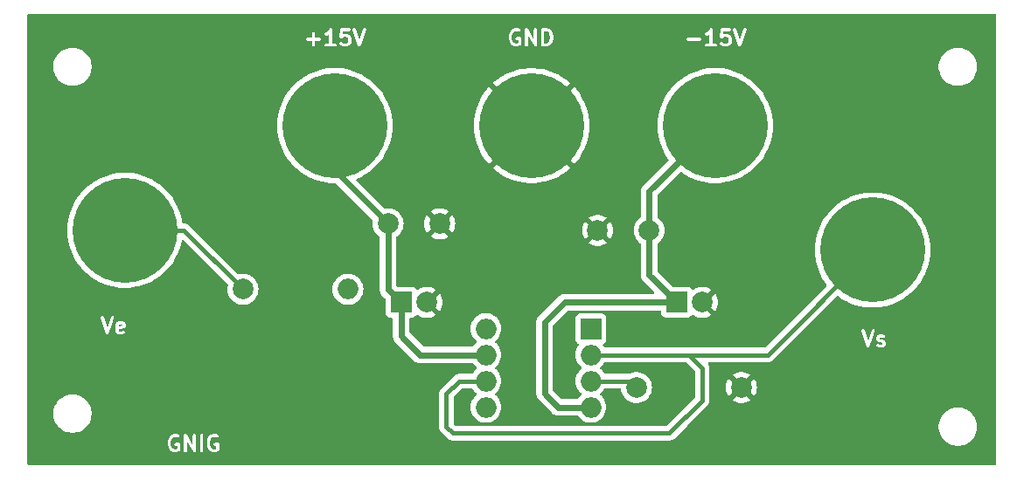
<source format=gbr>
%TF.GenerationSoftware,KiCad,Pcbnew,8.0.4*%
%TF.CreationDate,2024-10-27T12:29:09+01:00*%
%TF.ProjectId,Kicad_Sujet_10,4b696361-645f-4537-956a-65745f31302e,rev?*%
%TF.SameCoordinates,Original*%
%TF.FileFunction,Copper,L1,Top*%
%TF.FilePolarity,Positive*%
%FSLAX46Y46*%
G04 Gerber Fmt 4.6, Leading zero omitted, Abs format (unit mm)*
G04 Created by KiCad (PCBNEW 8.0.4) date 2024-10-27 12:29:09*
%MOMM*%
%LPD*%
G01*
G04 APERTURE LIST*
%ADD10C,0.300000*%
%TA.AperFunction,ComponentPad*%
%ADD11R,2.000000X2.000000*%
%TD*%
%TA.AperFunction,ComponentPad*%
%ADD12O,2.000000X2.000000*%
%TD*%
%TA.AperFunction,ComponentPad*%
%ADD13C,2.000000*%
%TD*%
%TA.AperFunction,ComponentPad*%
%ADD14C,10.160000*%
%TD*%
%TA.AperFunction,Conductor*%
%ADD15C,0.400000*%
%TD*%
%TA.AperFunction,Conductor*%
%ADD16C,0.600000*%
%TD*%
G04 APERTURE END LIST*
D10*
G36*
X103304035Y-87112495D02*
G01*
X97956415Y-87112495D01*
X97956415Y-85938685D01*
X98123082Y-85938685D01*
X98123082Y-86152971D01*
X98123584Y-86158074D01*
X98123259Y-86160262D01*
X98124878Y-86171212D01*
X98125964Y-86182235D01*
X98126811Y-86184279D01*
X98127561Y-86189351D01*
X98198989Y-86475065D01*
X98199760Y-86477223D01*
X98199837Y-86478304D01*
X98204495Y-86490478D01*
X98208882Y-86502756D01*
X98209526Y-86503626D01*
X98210346Y-86505767D01*
X98281775Y-86648624D01*
X98289702Y-86661217D01*
X98291218Y-86664877D01*
X98294599Y-86668996D01*
X98297440Y-86673510D01*
X98300433Y-86676106D01*
X98309873Y-86687608D01*
X98452730Y-86830466D01*
X98475460Y-86849121D01*
X98480439Y-86851183D01*
X98484511Y-86854715D01*
X98511362Y-86866703D01*
X98725648Y-86938131D01*
X98740160Y-86941430D01*
X98743818Y-86942946D01*
X98749120Y-86943468D01*
X98754322Y-86944651D01*
X98758276Y-86944369D01*
X98773082Y-86945828D01*
X98915939Y-86945828D01*
X98930744Y-86944369D01*
X98934699Y-86944651D01*
X98939900Y-86943468D01*
X98945203Y-86942946D01*
X98948860Y-86941430D01*
X98963373Y-86938131D01*
X99177659Y-86866703D01*
X99204510Y-86854715D01*
X99208583Y-86851181D01*
X99213561Y-86849120D01*
X99236292Y-86830465D01*
X99307720Y-86759036D01*
X99326374Y-86736306D01*
X99346545Y-86687608D01*
X99348771Y-86682235D01*
X99351653Y-86652971D01*
X99351653Y-86152971D01*
X99348771Y-86123707D01*
X99326373Y-86069635D01*
X99284989Y-86028251D01*
X99230917Y-86005853D01*
X99201653Y-86002971D01*
X98915939Y-86002971D01*
X98886675Y-86005853D01*
X98832603Y-86028251D01*
X98791219Y-86069635D01*
X98768821Y-86123707D01*
X98768821Y-86182235D01*
X98791219Y-86236307D01*
X98832603Y-86277691D01*
X98886675Y-86300089D01*
X98915939Y-86302971D01*
X99051653Y-86302971D01*
X99051653Y-86590839D01*
X99049198Y-86593294D01*
X98891596Y-86645828D01*
X98797425Y-86645828D01*
X98639822Y-86593294D01*
X98539217Y-86492688D01*
X98486036Y-86386328D01*
X98423082Y-86134507D01*
X98423082Y-85957148D01*
X98486036Y-85705327D01*
X98539217Y-85598967D01*
X98639823Y-85498361D01*
X98797425Y-85445828D01*
X98951958Y-85445828D01*
X99063142Y-85501421D01*
X99090606Y-85511930D01*
X99148986Y-85516079D01*
X99204508Y-85497572D01*
X99248724Y-85459225D01*
X99274898Y-85406876D01*
X99279047Y-85348496D01*
X99261491Y-85295828D01*
X99694510Y-85295828D01*
X99694510Y-86795828D01*
X99697392Y-86825092D01*
X99719790Y-86879164D01*
X99761174Y-86920548D01*
X99815246Y-86942946D01*
X99873774Y-86942946D01*
X99927846Y-86920548D01*
X99969230Y-86879164D01*
X99991628Y-86825092D01*
X99994510Y-86795828D01*
X99994510Y-85860661D01*
X100571417Y-86870249D01*
X100575794Y-86876416D01*
X100576933Y-86879164D01*
X100579732Y-86881963D01*
X100588438Y-86894227D01*
X100604211Y-86906442D01*
X100618317Y-86920548D01*
X100627150Y-86924206D01*
X100634712Y-86930063D01*
X100653960Y-86935312D01*
X100672389Y-86942946D01*
X100681951Y-86942946D01*
X100691176Y-86945462D01*
X100710967Y-86942946D01*
X100730917Y-86942946D01*
X100739750Y-86939286D01*
X100749236Y-86938081D01*
X100766558Y-86928182D01*
X100784989Y-86920548D01*
X100791749Y-86913787D01*
X100800052Y-86909043D01*
X100812265Y-86893271D01*
X100826373Y-86879164D01*
X100830032Y-86870328D01*
X100835887Y-86862769D01*
X100841135Y-86843524D01*
X100848771Y-86825092D01*
X100850244Y-86810127D01*
X100851287Y-86806306D01*
X100850911Y-86803354D01*
X100851653Y-86795828D01*
X100851653Y-85295828D01*
X101265939Y-85295828D01*
X101265939Y-86795828D01*
X101268821Y-86825092D01*
X101291219Y-86879164D01*
X101332603Y-86920548D01*
X101386675Y-86942946D01*
X101445203Y-86942946D01*
X101499275Y-86920548D01*
X101540659Y-86879164D01*
X101563057Y-86825092D01*
X101565939Y-86795828D01*
X101565939Y-85938685D01*
X101908797Y-85938685D01*
X101908797Y-86152971D01*
X101909299Y-86158074D01*
X101908974Y-86160262D01*
X101910593Y-86171212D01*
X101911679Y-86182235D01*
X101912526Y-86184279D01*
X101913276Y-86189351D01*
X101984704Y-86475065D01*
X101985475Y-86477223D01*
X101985552Y-86478304D01*
X101990210Y-86490478D01*
X101994597Y-86502756D01*
X101995241Y-86503626D01*
X101996061Y-86505767D01*
X102067490Y-86648624D01*
X102075417Y-86661217D01*
X102076933Y-86664877D01*
X102080314Y-86668996D01*
X102083155Y-86673510D01*
X102086148Y-86676106D01*
X102095588Y-86687608D01*
X102238445Y-86830466D01*
X102261175Y-86849121D01*
X102266154Y-86851183D01*
X102270226Y-86854715D01*
X102297077Y-86866703D01*
X102511363Y-86938131D01*
X102525875Y-86941430D01*
X102529533Y-86942946D01*
X102534835Y-86943468D01*
X102540037Y-86944651D01*
X102543991Y-86944369D01*
X102558797Y-86945828D01*
X102701654Y-86945828D01*
X102716459Y-86944369D01*
X102720414Y-86944651D01*
X102725615Y-86943468D01*
X102730918Y-86942946D01*
X102734575Y-86941430D01*
X102749088Y-86938131D01*
X102963374Y-86866703D01*
X102990225Y-86854715D01*
X102994298Y-86851181D01*
X102999276Y-86849120D01*
X103022007Y-86830465D01*
X103093435Y-86759036D01*
X103112089Y-86736306D01*
X103132260Y-86687608D01*
X103134486Y-86682235D01*
X103137368Y-86652971D01*
X103137368Y-86152971D01*
X103134486Y-86123707D01*
X103112088Y-86069635D01*
X103070704Y-86028251D01*
X103016632Y-86005853D01*
X102987368Y-86002971D01*
X102701654Y-86002971D01*
X102672390Y-86005853D01*
X102618318Y-86028251D01*
X102576934Y-86069635D01*
X102554536Y-86123707D01*
X102554536Y-86182235D01*
X102576934Y-86236307D01*
X102618318Y-86277691D01*
X102672390Y-86300089D01*
X102701654Y-86302971D01*
X102837368Y-86302971D01*
X102837368Y-86590839D01*
X102834913Y-86593294D01*
X102677311Y-86645828D01*
X102583140Y-86645828D01*
X102425537Y-86593294D01*
X102324932Y-86492688D01*
X102271751Y-86386328D01*
X102208797Y-86134507D01*
X102208797Y-85957148D01*
X102271751Y-85705327D01*
X102324932Y-85598967D01*
X102425538Y-85498361D01*
X102583140Y-85445828D01*
X102737673Y-85445828D01*
X102848857Y-85501421D01*
X102876321Y-85511930D01*
X102934701Y-85516079D01*
X102990223Y-85497572D01*
X103034439Y-85459225D01*
X103060613Y-85406876D01*
X103064762Y-85348496D01*
X103046254Y-85292973D01*
X103007908Y-85248758D01*
X102983022Y-85233093D01*
X102840165Y-85161664D01*
X102812702Y-85151155D01*
X102807327Y-85150773D01*
X102802347Y-85148710D01*
X102773083Y-85145828D01*
X102558797Y-85145828D01*
X102543985Y-85147286D01*
X102540036Y-85147006D01*
X102534841Y-85148187D01*
X102529533Y-85148710D01*
X102525871Y-85150226D01*
X102511362Y-85153526D01*
X102297077Y-85224955D01*
X102270226Y-85236943D01*
X102266156Y-85240472D01*
X102261175Y-85242536D01*
X102238445Y-85261191D01*
X102095588Y-85404048D01*
X102086148Y-85415549D01*
X102083155Y-85418146D01*
X102080314Y-85422659D01*
X102076933Y-85426779D01*
X102075417Y-85430438D01*
X102067490Y-85443032D01*
X101996061Y-85585889D01*
X101995241Y-85588029D01*
X101994597Y-85588900D01*
X101990210Y-85601177D01*
X101985552Y-85613352D01*
X101985475Y-85614432D01*
X101984704Y-85616591D01*
X101913276Y-85902305D01*
X101912526Y-85907376D01*
X101911679Y-85909421D01*
X101910593Y-85920443D01*
X101908974Y-85931394D01*
X101909299Y-85933581D01*
X101908797Y-85938685D01*
X101565939Y-85938685D01*
X101565939Y-85295828D01*
X101563057Y-85266564D01*
X101540659Y-85212492D01*
X101499275Y-85171108D01*
X101445203Y-85148710D01*
X101386675Y-85148710D01*
X101332603Y-85171108D01*
X101291219Y-85212492D01*
X101268821Y-85266564D01*
X101265939Y-85295828D01*
X100851653Y-85295828D01*
X100848771Y-85266564D01*
X100826373Y-85212492D01*
X100784989Y-85171108D01*
X100730917Y-85148710D01*
X100672389Y-85148710D01*
X100618317Y-85171108D01*
X100576933Y-85212492D01*
X100554535Y-85266564D01*
X100551653Y-85295828D01*
X100551653Y-86230992D01*
X99974746Y-85221407D01*
X99970368Y-85215239D01*
X99969230Y-85212492D01*
X99966430Y-85209692D01*
X99957725Y-85197429D01*
X99941953Y-85185215D01*
X99927846Y-85171108D01*
X99919010Y-85167448D01*
X99911451Y-85161594D01*
X99892206Y-85156345D01*
X99873774Y-85148710D01*
X99864212Y-85148710D01*
X99854987Y-85146194D01*
X99835196Y-85148710D01*
X99815246Y-85148710D01*
X99806412Y-85152369D01*
X99796927Y-85153575D01*
X99779604Y-85163473D01*
X99761174Y-85171108D01*
X99754413Y-85177868D01*
X99746111Y-85182613D01*
X99733897Y-85198384D01*
X99719790Y-85212492D01*
X99716130Y-85221327D01*
X99710276Y-85228887D01*
X99705027Y-85248131D01*
X99697392Y-85266564D01*
X99695918Y-85281530D01*
X99694876Y-85285351D01*
X99695251Y-85288302D01*
X99694510Y-85295828D01*
X99261491Y-85295828D01*
X99260539Y-85292973D01*
X99222193Y-85248758D01*
X99197307Y-85233093D01*
X99054450Y-85161664D01*
X99026987Y-85151155D01*
X99021612Y-85150773D01*
X99016632Y-85148710D01*
X98987368Y-85145828D01*
X98773082Y-85145828D01*
X98758270Y-85147286D01*
X98754321Y-85147006D01*
X98749126Y-85148187D01*
X98743818Y-85148710D01*
X98740156Y-85150226D01*
X98725647Y-85153526D01*
X98511362Y-85224955D01*
X98484511Y-85236943D01*
X98480441Y-85240472D01*
X98475460Y-85242536D01*
X98452730Y-85261191D01*
X98309873Y-85404048D01*
X98300433Y-85415549D01*
X98297440Y-85418146D01*
X98294599Y-85422659D01*
X98291218Y-85426779D01*
X98289702Y-85430438D01*
X98281775Y-85443032D01*
X98210346Y-85585889D01*
X98209526Y-85588029D01*
X98208882Y-85588900D01*
X98204495Y-85601177D01*
X98199837Y-85613352D01*
X98199760Y-85614432D01*
X98198989Y-85616591D01*
X98127561Y-85902305D01*
X98126811Y-85907376D01*
X98125964Y-85909421D01*
X98124878Y-85920443D01*
X98123259Y-85931394D01*
X98123584Y-85933581D01*
X98123082Y-85938685D01*
X97956415Y-85938685D01*
X97956415Y-84979161D01*
X103304035Y-84979161D01*
X103304035Y-87112495D01*
G37*
G36*
X167828320Y-76952495D02*
G01*
X165124736Y-76952495D01*
X165124736Y-75154589D01*
X165291403Y-75154589D01*
X165297923Y-75183262D01*
X165797923Y-76683262D01*
X165809911Y-76710113D01*
X165816933Y-76718210D01*
X165821726Y-76727795D01*
X165835932Y-76740116D01*
X165848258Y-76754328D01*
X165857845Y-76759121D01*
X165865940Y-76766142D01*
X165883782Y-76772089D01*
X165900606Y-76780501D01*
X165911296Y-76781260D01*
X165921464Y-76784650D01*
X165940220Y-76783317D01*
X165958986Y-76784651D01*
X165969156Y-76781260D01*
X165979845Y-76780501D01*
X165996666Y-76772090D01*
X166014510Y-76766142D01*
X166022606Y-76759119D01*
X166032192Y-76754327D01*
X166044515Y-76740118D01*
X166058724Y-76727795D01*
X166063516Y-76718209D01*
X166070539Y-76710113D01*
X166082527Y-76683262D01*
X166360244Y-75850114D01*
X166718796Y-75850114D01*
X166718796Y-75921542D01*
X166721678Y-75950806D01*
X166723740Y-75955784D01*
X166724122Y-75961160D01*
X166734632Y-75988623D01*
X166806060Y-76131482D01*
X166809139Y-76136374D01*
X166809910Y-76138685D01*
X166812405Y-76141562D01*
X166821725Y-76156367D01*
X166835931Y-76168688D01*
X166848257Y-76182900D01*
X166863061Y-76192218D01*
X166865939Y-76194714D01*
X166868250Y-76195484D01*
X166873143Y-76198564D01*
X167016001Y-76269993D01*
X167043464Y-76280502D01*
X167048839Y-76280883D01*
X167053818Y-76282946D01*
X167083082Y-76285828D01*
X167261957Y-76285828D01*
X167328421Y-76319060D01*
X167361653Y-76385524D01*
X167361653Y-76386132D01*
X167328420Y-76452596D01*
X167261957Y-76485828D01*
X167047063Y-76485828D01*
X166935878Y-76430236D01*
X166908414Y-76419726D01*
X166850034Y-76415578D01*
X166794512Y-76434086D01*
X166750297Y-76472433D01*
X166724122Y-76524782D01*
X166719974Y-76583162D01*
X166738482Y-76638684D01*
X166776829Y-76682899D01*
X166801714Y-76698564D01*
X166944572Y-76769992D01*
X166972035Y-76780502D01*
X166977410Y-76780883D01*
X166982389Y-76782946D01*
X167011653Y-76785828D01*
X167297367Y-76785828D01*
X167326631Y-76782946D01*
X167331609Y-76780883D01*
X167336985Y-76780502D01*
X167364449Y-76769992D01*
X167507306Y-76698564D01*
X167512200Y-76695483D01*
X167514508Y-76694714D01*
X167517382Y-76692221D01*
X167532192Y-76682899D01*
X167544514Y-76668690D01*
X167558723Y-76656368D01*
X167568045Y-76641558D01*
X167570538Y-76638684D01*
X167571307Y-76636376D01*
X167574388Y-76631482D01*
X167645817Y-76488624D01*
X167656327Y-76461161D01*
X167656709Y-76455783D01*
X167658771Y-76450806D01*
X167661653Y-76421542D01*
X167661653Y-76350114D01*
X167658771Y-76320850D01*
X167656707Y-76315869D01*
X167656326Y-76310495D01*
X167645817Y-76283031D01*
X167574388Y-76140175D01*
X167571307Y-76135280D01*
X167570538Y-76132973D01*
X167568045Y-76130098D01*
X167558723Y-76115289D01*
X167544513Y-76102965D01*
X167532192Y-76088758D01*
X167517386Y-76079438D01*
X167514508Y-76076942D01*
X167512196Y-76076171D01*
X167507306Y-76073093D01*
X167364449Y-76001664D01*
X167336986Y-75991155D01*
X167331611Y-75990773D01*
X167326631Y-75988710D01*
X167297367Y-75985828D01*
X167118491Y-75985828D01*
X167052028Y-75952597D01*
X167018796Y-75886133D01*
X167018796Y-75885523D01*
X167052027Y-75819060D01*
X167118492Y-75785828D01*
X167261957Y-75785828D01*
X167373141Y-75841421D01*
X167400605Y-75851930D01*
X167458985Y-75856079D01*
X167514507Y-75837572D01*
X167558723Y-75799225D01*
X167584897Y-75746876D01*
X167589046Y-75688496D01*
X167570538Y-75632973D01*
X167532192Y-75588758D01*
X167507306Y-75573093D01*
X167364449Y-75501664D01*
X167336986Y-75491155D01*
X167331611Y-75490773D01*
X167326631Y-75488710D01*
X167297367Y-75485828D01*
X167083082Y-75485828D01*
X167053818Y-75488710D01*
X167048840Y-75490771D01*
X167043463Y-75491154D01*
X167016000Y-75501664D01*
X166873142Y-75573093D01*
X166868247Y-75576173D01*
X166865940Y-75576943D01*
X166863065Y-75579435D01*
X166848256Y-75588758D01*
X166835933Y-75602966D01*
X166821725Y-75615289D01*
X166812402Y-75630098D01*
X166809910Y-75632973D01*
X166809140Y-75635280D01*
X166806060Y-75640175D01*
X166734632Y-75783032D01*
X166724122Y-75810496D01*
X166723740Y-75815871D01*
X166721678Y-75820850D01*
X166718796Y-75850114D01*
X166360244Y-75850114D01*
X166582528Y-75183262D01*
X166589048Y-75154588D01*
X166584898Y-75096208D01*
X166558724Y-75043861D01*
X166514510Y-75005514D01*
X166458986Y-74987005D01*
X166400606Y-74991155D01*
X166348258Y-75017328D01*
X166309911Y-75061543D01*
X166297923Y-75088394D01*
X165940225Y-76161486D01*
X165582527Y-75088394D01*
X165570539Y-75061543D01*
X165532192Y-75017329D01*
X165479845Y-74991155D01*
X165421464Y-74987006D01*
X165365940Y-75005514D01*
X165321726Y-75043861D01*
X165295552Y-75096208D01*
X165291403Y-75154589D01*
X165124736Y-75154589D01*
X165124736Y-74820338D01*
X167828320Y-74820338D01*
X167828320Y-76952495D01*
G37*
G36*
X93739850Y-74549060D02*
G01*
X93766025Y-74601411D01*
X93358796Y-74682857D01*
X93358796Y-74615523D01*
X93392027Y-74549060D01*
X93458492Y-74515828D01*
X93673386Y-74515828D01*
X93739850Y-74549060D01*
G37*
G36*
X94239750Y-75682495D02*
G01*
X91464736Y-75682495D01*
X91464736Y-73884589D01*
X91631403Y-73884589D01*
X91637923Y-73913262D01*
X92137923Y-75413262D01*
X92149911Y-75440113D01*
X92156933Y-75448210D01*
X92161726Y-75457795D01*
X92175932Y-75470116D01*
X92188258Y-75484328D01*
X92197845Y-75489121D01*
X92205940Y-75496142D01*
X92223782Y-75502089D01*
X92240606Y-75510501D01*
X92251296Y-75511260D01*
X92261464Y-75514650D01*
X92280220Y-75513317D01*
X92298986Y-75514651D01*
X92309156Y-75511260D01*
X92319845Y-75510501D01*
X92336666Y-75502090D01*
X92354510Y-75496142D01*
X92362606Y-75489119D01*
X92372192Y-75484327D01*
X92384515Y-75470118D01*
X92398724Y-75457795D01*
X92403516Y-75448209D01*
X92410539Y-75440113D01*
X92422527Y-75413262D01*
X92700244Y-74580114D01*
X93058796Y-74580114D01*
X93058796Y-75151542D01*
X93061678Y-75180806D01*
X93063740Y-75185784D01*
X93064122Y-75191160D01*
X93074632Y-75218623D01*
X93146060Y-75361482D01*
X93149139Y-75366374D01*
X93149910Y-75368685D01*
X93152405Y-75371562D01*
X93161725Y-75386367D01*
X93175931Y-75398688D01*
X93188257Y-75412900D01*
X93203061Y-75422218D01*
X93205939Y-75424714D01*
X93208250Y-75425484D01*
X93213143Y-75428564D01*
X93356001Y-75499993D01*
X93383464Y-75510502D01*
X93388839Y-75510883D01*
X93393818Y-75512946D01*
X93423082Y-75515828D01*
X93708796Y-75515828D01*
X93738060Y-75512946D01*
X93743038Y-75510883D01*
X93748414Y-75510502D01*
X93775878Y-75499992D01*
X93918735Y-75428564D01*
X93943621Y-75412899D01*
X93981967Y-75368684D01*
X94000475Y-75313162D01*
X93996327Y-75254782D01*
X93970153Y-75202433D01*
X93925938Y-75164086D01*
X93870415Y-75145578D01*
X93812035Y-75149726D01*
X93784572Y-75160236D01*
X93673386Y-75215828D01*
X93458491Y-75215828D01*
X93392028Y-75182597D01*
X93358796Y-75116133D01*
X93358796Y-74988798D01*
X93952345Y-74870089D01*
X93952346Y-74870089D01*
X93952346Y-74870088D01*
X93952500Y-74870058D01*
X93980630Y-74861493D01*
X93992841Y-74853314D01*
X94006418Y-74847691D01*
X94016919Y-74837189D01*
X94029260Y-74828925D01*
X94037412Y-74816697D01*
X94047802Y-74806307D01*
X94053484Y-74792587D01*
X94061724Y-74780229D01*
X94064576Y-74765811D01*
X94070200Y-74752235D01*
X94073082Y-74722971D01*
X94073082Y-74722819D01*
X94073083Y-74722814D01*
X94073082Y-74722809D01*
X94073082Y-74580114D01*
X94070200Y-74550850D01*
X94068136Y-74545869D01*
X94067755Y-74540495D01*
X94057246Y-74513031D01*
X93985817Y-74370175D01*
X93982736Y-74365280D01*
X93981967Y-74362973D01*
X93979474Y-74360098D01*
X93970152Y-74345289D01*
X93955942Y-74332965D01*
X93943621Y-74318758D01*
X93928815Y-74309438D01*
X93925937Y-74306942D01*
X93923625Y-74306171D01*
X93918735Y-74303093D01*
X93775878Y-74231664D01*
X93748415Y-74221155D01*
X93743040Y-74220773D01*
X93738060Y-74218710D01*
X93708796Y-74215828D01*
X93423082Y-74215828D01*
X93393818Y-74218710D01*
X93388840Y-74220771D01*
X93383463Y-74221154D01*
X93356000Y-74231664D01*
X93213142Y-74303093D01*
X93208247Y-74306173D01*
X93205940Y-74306943D01*
X93203065Y-74309435D01*
X93188256Y-74318758D01*
X93175933Y-74332966D01*
X93161725Y-74345289D01*
X93152402Y-74360098D01*
X93149910Y-74362973D01*
X93149140Y-74365280D01*
X93146060Y-74370175D01*
X93074632Y-74513032D01*
X93064122Y-74540496D01*
X93063740Y-74545871D01*
X93061678Y-74550850D01*
X93058796Y-74580114D01*
X92700244Y-74580114D01*
X92922528Y-73913262D01*
X92929048Y-73884588D01*
X92924898Y-73826208D01*
X92898724Y-73773861D01*
X92854510Y-73735514D01*
X92798986Y-73717005D01*
X92740606Y-73721155D01*
X92688258Y-73747328D01*
X92649911Y-73791543D01*
X92637923Y-73818394D01*
X92280225Y-74891486D01*
X91922527Y-73818394D01*
X91910539Y-73791543D01*
X91872192Y-73747329D01*
X91819845Y-73721155D01*
X91761464Y-73717006D01*
X91705940Y-73735514D01*
X91661726Y-73773861D01*
X91635552Y-73826208D01*
X91631403Y-73884589D01*
X91464736Y-73884589D01*
X91464736Y-73550338D01*
X94239750Y-73550338D01*
X94239750Y-75682495D01*
G37*
G36*
X134926340Y-46128361D02*
G01*
X135026947Y-46228968D01*
X135080126Y-46335327D01*
X135143082Y-46587148D01*
X135143082Y-46764507D01*
X135080126Y-47016328D01*
X135026947Y-47122688D01*
X134926341Y-47223294D01*
X134768739Y-47275828D01*
X134585939Y-47275828D01*
X134585939Y-46075828D01*
X134768742Y-46075828D01*
X134926340Y-46128361D01*
G37*
G36*
X135609749Y-47742495D02*
G01*
X130976415Y-47742495D01*
X130976415Y-46568685D01*
X131143082Y-46568685D01*
X131143082Y-46782971D01*
X131143584Y-46788074D01*
X131143259Y-46790262D01*
X131144878Y-46801212D01*
X131145964Y-46812235D01*
X131146811Y-46814279D01*
X131147561Y-46819351D01*
X131218989Y-47105065D01*
X131219760Y-47107223D01*
X131219837Y-47108304D01*
X131224495Y-47120478D01*
X131228882Y-47132756D01*
X131229526Y-47133626D01*
X131230346Y-47135767D01*
X131301775Y-47278624D01*
X131309702Y-47291217D01*
X131311218Y-47294877D01*
X131314599Y-47298996D01*
X131317440Y-47303510D01*
X131320433Y-47306106D01*
X131329873Y-47317608D01*
X131472730Y-47460466D01*
X131495460Y-47479121D01*
X131500439Y-47481183D01*
X131504511Y-47484715D01*
X131531362Y-47496703D01*
X131745648Y-47568131D01*
X131760160Y-47571430D01*
X131763818Y-47572946D01*
X131769120Y-47573468D01*
X131774322Y-47574651D01*
X131778276Y-47574369D01*
X131793082Y-47575828D01*
X131935939Y-47575828D01*
X131950744Y-47574369D01*
X131954699Y-47574651D01*
X131959900Y-47573468D01*
X131965203Y-47572946D01*
X131968860Y-47571430D01*
X131983373Y-47568131D01*
X132197659Y-47496703D01*
X132224510Y-47484715D01*
X132228583Y-47481181D01*
X132233561Y-47479120D01*
X132256292Y-47460465D01*
X132327720Y-47389036D01*
X132346374Y-47366306D01*
X132366545Y-47317608D01*
X132368771Y-47312235D01*
X132371653Y-47282971D01*
X132371653Y-46782971D01*
X132368771Y-46753707D01*
X132346373Y-46699635D01*
X132304989Y-46658251D01*
X132250917Y-46635853D01*
X132221653Y-46632971D01*
X131935939Y-46632971D01*
X131906675Y-46635853D01*
X131852603Y-46658251D01*
X131811219Y-46699635D01*
X131788821Y-46753707D01*
X131788821Y-46812235D01*
X131811219Y-46866307D01*
X131852603Y-46907691D01*
X131906675Y-46930089D01*
X131935939Y-46932971D01*
X132071653Y-46932971D01*
X132071653Y-47220839D01*
X132069198Y-47223294D01*
X131911596Y-47275828D01*
X131817425Y-47275828D01*
X131659822Y-47223294D01*
X131559217Y-47122688D01*
X131506036Y-47016328D01*
X131443082Y-46764507D01*
X131443082Y-46587148D01*
X131506036Y-46335327D01*
X131559217Y-46228967D01*
X131659823Y-46128361D01*
X131817425Y-46075828D01*
X131971958Y-46075828D01*
X132083142Y-46131421D01*
X132110606Y-46141930D01*
X132168986Y-46146079D01*
X132224508Y-46127572D01*
X132268724Y-46089225D01*
X132294898Y-46036876D01*
X132299047Y-45978496D01*
X132281491Y-45925828D01*
X132714510Y-45925828D01*
X132714510Y-47425828D01*
X132717392Y-47455092D01*
X132739790Y-47509164D01*
X132781174Y-47550548D01*
X132835246Y-47572946D01*
X132893774Y-47572946D01*
X132947846Y-47550548D01*
X132989230Y-47509164D01*
X133011628Y-47455092D01*
X133014510Y-47425828D01*
X133014510Y-46490661D01*
X133591417Y-47500249D01*
X133595794Y-47506416D01*
X133596933Y-47509164D01*
X133599732Y-47511963D01*
X133608438Y-47524227D01*
X133624211Y-47536442D01*
X133638317Y-47550548D01*
X133647150Y-47554206D01*
X133654712Y-47560063D01*
X133673960Y-47565312D01*
X133692389Y-47572946D01*
X133701951Y-47572946D01*
X133711176Y-47575462D01*
X133730967Y-47572946D01*
X133750917Y-47572946D01*
X133759750Y-47569286D01*
X133769236Y-47568081D01*
X133786558Y-47558182D01*
X133804989Y-47550548D01*
X133811749Y-47543787D01*
X133820052Y-47539043D01*
X133832265Y-47523271D01*
X133846373Y-47509164D01*
X133850032Y-47500328D01*
X133855887Y-47492769D01*
X133861135Y-47473524D01*
X133868771Y-47455092D01*
X133870244Y-47440127D01*
X133871287Y-47436306D01*
X133870911Y-47433354D01*
X133871653Y-47425828D01*
X133871653Y-45925828D01*
X134285939Y-45925828D01*
X134285939Y-47425828D01*
X134288821Y-47455092D01*
X134311219Y-47509164D01*
X134352603Y-47550548D01*
X134406675Y-47572946D01*
X134435939Y-47575828D01*
X134793082Y-47575828D01*
X134807887Y-47574369D01*
X134811842Y-47574651D01*
X134817043Y-47573468D01*
X134822346Y-47572946D01*
X134826003Y-47571430D01*
X134840516Y-47568131D01*
X135054802Y-47496703D01*
X135081653Y-47484715D01*
X135085724Y-47481183D01*
X135090704Y-47479121D01*
X135113434Y-47460466D01*
X135256291Y-47317608D01*
X135265729Y-47306106D01*
X135268724Y-47303510D01*
X135271564Y-47298996D01*
X135274946Y-47294877D01*
X135276461Y-47291217D01*
X135284389Y-47278624D01*
X135355818Y-47135768D01*
X135356637Y-47133625D01*
X135357282Y-47132756D01*
X135361666Y-47120484D01*
X135366327Y-47108304D01*
X135366403Y-47107223D01*
X135367175Y-47105065D01*
X135438603Y-46819351D01*
X135439352Y-46814279D01*
X135440200Y-46812235D01*
X135441285Y-46801212D01*
X135442905Y-46790262D01*
X135442579Y-46788074D01*
X135443082Y-46782971D01*
X135443082Y-46568685D01*
X135442579Y-46563581D01*
X135442905Y-46561394D01*
X135441285Y-46550443D01*
X135440200Y-46539421D01*
X135439352Y-46537376D01*
X135438603Y-46532305D01*
X135367175Y-46246591D01*
X135366403Y-46244432D01*
X135366327Y-46243352D01*
X135361666Y-46231171D01*
X135357282Y-46218900D01*
X135356637Y-46218030D01*
X135355818Y-46215888D01*
X135284389Y-46073032D01*
X135276462Y-46060440D01*
X135274946Y-46056778D01*
X135271562Y-46052655D01*
X135268724Y-46048146D01*
X135265731Y-46045550D01*
X135256291Y-46034048D01*
X135113434Y-45891191D01*
X135090703Y-45872536D01*
X135085723Y-45870473D01*
X135081653Y-45866943D01*
X135054802Y-45854954D01*
X134840516Y-45783526D01*
X134826008Y-45780227D01*
X134822346Y-45778710D01*
X134817037Y-45778187D01*
X134811843Y-45777006D01*
X134807893Y-45777286D01*
X134793082Y-45775828D01*
X134435939Y-45775828D01*
X134406675Y-45778710D01*
X134352603Y-45801108D01*
X134311219Y-45842492D01*
X134288821Y-45896564D01*
X134285939Y-45925828D01*
X133871653Y-45925828D01*
X133868771Y-45896564D01*
X133846373Y-45842492D01*
X133804989Y-45801108D01*
X133750917Y-45778710D01*
X133692389Y-45778710D01*
X133638317Y-45801108D01*
X133596933Y-45842492D01*
X133574535Y-45896564D01*
X133571653Y-45925828D01*
X133571653Y-46860992D01*
X132994746Y-45851407D01*
X132990368Y-45845239D01*
X132989230Y-45842492D01*
X132986430Y-45839692D01*
X132977725Y-45827429D01*
X132961953Y-45815215D01*
X132947846Y-45801108D01*
X132939010Y-45797448D01*
X132931451Y-45791594D01*
X132912206Y-45786345D01*
X132893774Y-45778710D01*
X132884212Y-45778710D01*
X132874987Y-45776194D01*
X132855196Y-45778710D01*
X132835246Y-45778710D01*
X132826412Y-45782369D01*
X132816927Y-45783575D01*
X132799604Y-45793473D01*
X132781174Y-45801108D01*
X132774413Y-45807868D01*
X132766111Y-45812613D01*
X132753897Y-45828384D01*
X132739790Y-45842492D01*
X132736130Y-45851327D01*
X132730276Y-45858887D01*
X132725027Y-45878131D01*
X132717392Y-45896564D01*
X132715918Y-45911530D01*
X132714876Y-45915351D01*
X132715251Y-45918302D01*
X132714510Y-45925828D01*
X132281491Y-45925828D01*
X132280539Y-45922973D01*
X132242193Y-45878758D01*
X132217307Y-45863093D01*
X132074450Y-45791664D01*
X132046987Y-45781155D01*
X132041612Y-45780773D01*
X132036632Y-45778710D01*
X132007368Y-45775828D01*
X131793082Y-45775828D01*
X131778270Y-45777286D01*
X131774321Y-45777006D01*
X131769126Y-45778187D01*
X131763818Y-45778710D01*
X131760156Y-45780226D01*
X131745647Y-45783526D01*
X131531362Y-45854955D01*
X131504511Y-45866943D01*
X131500441Y-45870472D01*
X131495460Y-45872536D01*
X131472730Y-45891191D01*
X131329873Y-46034048D01*
X131320433Y-46045549D01*
X131317440Y-46048146D01*
X131314599Y-46052659D01*
X131311218Y-46056779D01*
X131309702Y-46060438D01*
X131301775Y-46073032D01*
X131230346Y-46215889D01*
X131229526Y-46218029D01*
X131228882Y-46218900D01*
X131224495Y-46231177D01*
X131219837Y-46243352D01*
X131219760Y-46244432D01*
X131218989Y-46246591D01*
X131147561Y-46532305D01*
X131146811Y-46537376D01*
X131145964Y-46539421D01*
X131144878Y-46550443D01*
X131143259Y-46561394D01*
X131143584Y-46563581D01*
X131143082Y-46568685D01*
X130976415Y-46568685D01*
X130976415Y-45609161D01*
X135609749Y-45609161D01*
X135609749Y-47742495D01*
G37*
G36*
X154325000Y-47742495D02*
G01*
X148195725Y-47742495D01*
X148195725Y-46825136D01*
X148362392Y-46825136D01*
X148362392Y-46883664D01*
X148384790Y-46937736D01*
X148426174Y-46979120D01*
X148480246Y-47001518D01*
X148509510Y-47004400D01*
X149652368Y-47004400D01*
X149681632Y-47001518D01*
X149735704Y-46979120D01*
X149777088Y-46937736D01*
X149799486Y-46883664D01*
X149799486Y-46825136D01*
X149777088Y-46771064D01*
X149735704Y-46729680D01*
X149681632Y-46707282D01*
X149652368Y-46704400D01*
X148509510Y-46704400D01*
X148480246Y-46707282D01*
X148426174Y-46729680D01*
X148384790Y-46771064D01*
X148362392Y-46825136D01*
X148195725Y-46825136D01*
X148195725Y-46335639D01*
X150146403Y-46335639D01*
X150150552Y-46394019D01*
X150176726Y-46446368D01*
X150220941Y-46484715D01*
X150276464Y-46503222D01*
X150334844Y-46499073D01*
X150362307Y-46488564D01*
X150505164Y-46417135D01*
X150517757Y-46409207D01*
X150521417Y-46407692D01*
X150525536Y-46404310D01*
X150530050Y-46401470D01*
X150532646Y-46398476D01*
X150544148Y-46389037D01*
X150573796Y-46359389D01*
X150573796Y-47275828D01*
X150295225Y-47275828D01*
X150265961Y-47278710D01*
X150211889Y-47301108D01*
X150170505Y-47342492D01*
X150148107Y-47396564D01*
X150148107Y-47455092D01*
X150170505Y-47509164D01*
X150211889Y-47550548D01*
X150265961Y-47572946D01*
X150295225Y-47575828D01*
X151152368Y-47575828D01*
X151181632Y-47572946D01*
X151235704Y-47550548D01*
X151277088Y-47509164D01*
X151299486Y-47455092D01*
X151299486Y-47396564D01*
X151277088Y-47342492D01*
X151235704Y-47301108D01*
X151181632Y-47278710D01*
X151152368Y-47275828D01*
X150873796Y-47275828D01*
X150873796Y-46654594D01*
X151574496Y-46654594D01*
X151576678Y-46661825D01*
X151576678Y-46669378D01*
X151585069Y-46689637D01*
X151591403Y-46710626D01*
X151596184Y-46716470D01*
X151599076Y-46723450D01*
X151614580Y-46738953D01*
X151628464Y-46755923D01*
X151635120Y-46759494D01*
X151640462Y-46764835D01*
X151660716Y-46773224D01*
X151680039Y-46783590D01*
X151687556Y-46784341D01*
X151694534Y-46787232D01*
X151716457Y-46787232D01*
X151738276Y-46789414D01*
X151745507Y-46787232D01*
X151753060Y-46787232D01*
X151773319Y-46778840D01*
X151794308Y-46772507D01*
X151800152Y-46767725D01*
X151807132Y-46764834D01*
X151829863Y-46746179D01*
X151884079Y-46691962D01*
X151973491Y-46647257D01*
X152259815Y-46647257D01*
X152349228Y-46691963D01*
X152386231Y-46728967D01*
X152430939Y-46818381D01*
X152430939Y-47104703D01*
X152386231Y-47194117D01*
X152349228Y-47231121D01*
X152259815Y-47275828D01*
X151973491Y-47275828D01*
X151884079Y-47231122D01*
X151829863Y-47176906D01*
X151807132Y-47158251D01*
X151753060Y-47135853D01*
X151694534Y-47135853D01*
X151640462Y-47158250D01*
X151599076Y-47199635D01*
X151576678Y-47253707D01*
X151576678Y-47312233D01*
X151599075Y-47366305D01*
X151617729Y-47389036D01*
X151689157Y-47460465D01*
X151700659Y-47469904D01*
X151703257Y-47472900D01*
X151707771Y-47475741D01*
X151711888Y-47479120D01*
X151715546Y-47480635D01*
X151728143Y-47488564D01*
X151871001Y-47559993D01*
X151898464Y-47570502D01*
X151903839Y-47570883D01*
X151908818Y-47572946D01*
X151938082Y-47575828D01*
X152295224Y-47575828D01*
X152324488Y-47572946D01*
X152329466Y-47570883D01*
X152334842Y-47570502D01*
X152362305Y-47559992D01*
X152505164Y-47488564D01*
X152517758Y-47480635D01*
X152521418Y-47479120D01*
X152525538Y-47475738D01*
X152530049Y-47472899D01*
X152532643Y-47469907D01*
X152544149Y-47460465D01*
X152615577Y-47389036D01*
X152625015Y-47377535D01*
X152628009Y-47374939D01*
X152630849Y-47370426D01*
X152634231Y-47366306D01*
X152635746Y-47362646D01*
X152643674Y-47350053D01*
X152715103Y-47207197D01*
X152725612Y-47179733D01*
X152725993Y-47174358D01*
X152728057Y-47169378D01*
X152730939Y-47140114D01*
X152730939Y-46782971D01*
X152728057Y-46753707D01*
X152725993Y-46748726D01*
X152725612Y-46743352D01*
X152715103Y-46715888D01*
X152643674Y-46573032D01*
X152635746Y-46560438D01*
X152634231Y-46556779D01*
X152630849Y-46552658D01*
X152628009Y-46548146D01*
X152625015Y-46545549D01*
X152615577Y-46534049D01*
X152544149Y-46462620D01*
X152532643Y-46453177D01*
X152530049Y-46450186D01*
X152525538Y-46447346D01*
X152521418Y-46443965D01*
X152517758Y-46442449D01*
X152505164Y-46434521D01*
X152362305Y-46363093D01*
X152334842Y-46352583D01*
X152329466Y-46352201D01*
X152324488Y-46350139D01*
X152295224Y-46347257D01*
X151938082Y-46347257D01*
X151908818Y-46350139D01*
X151903839Y-46352201D01*
X151903331Y-46352237D01*
X151930973Y-46075828D01*
X152509510Y-46075828D01*
X152538774Y-46072946D01*
X152592846Y-46050548D01*
X152634230Y-46009164D01*
X152656628Y-45955092D01*
X152656628Y-45944589D01*
X152860688Y-45944589D01*
X152867208Y-45973262D01*
X153367208Y-47473262D01*
X153379196Y-47500113D01*
X153386218Y-47508210D01*
X153391011Y-47517795D01*
X153405217Y-47530116D01*
X153417543Y-47544328D01*
X153427130Y-47549121D01*
X153435225Y-47556142D01*
X153453067Y-47562089D01*
X153469891Y-47570501D01*
X153480581Y-47571260D01*
X153490749Y-47574650D01*
X153509505Y-47573317D01*
X153528271Y-47574651D01*
X153538441Y-47571260D01*
X153549130Y-47570501D01*
X153565951Y-47562090D01*
X153583795Y-47556142D01*
X153591891Y-47549119D01*
X153601477Y-47544327D01*
X153613800Y-47530118D01*
X153628009Y-47517795D01*
X153632801Y-47508209D01*
X153639824Y-47500113D01*
X153651812Y-47473262D01*
X154151813Y-45973262D01*
X154158333Y-45944588D01*
X154154183Y-45886208D01*
X154128009Y-45833861D01*
X154083795Y-45795514D01*
X154028271Y-45777005D01*
X153969891Y-45781155D01*
X153917543Y-45807328D01*
X153879196Y-45851543D01*
X153867208Y-45878394D01*
X153509510Y-46951486D01*
X153151812Y-45878394D01*
X153139824Y-45851543D01*
X153101477Y-45807329D01*
X153049130Y-45781155D01*
X152990749Y-45777006D01*
X152935225Y-45795514D01*
X152891011Y-45833861D01*
X152864837Y-45886208D01*
X152860688Y-45944589D01*
X152656628Y-45944589D01*
X152656628Y-45896564D01*
X152634230Y-45842492D01*
X152592846Y-45801108D01*
X152538774Y-45778710D01*
X152509510Y-45775828D01*
X151795224Y-45775828D01*
X151784397Y-45776894D01*
X151780744Y-45776529D01*
X151777176Y-45777605D01*
X151765960Y-45778710D01*
X151745697Y-45787103D01*
X151724712Y-45793435D01*
X151718867Y-45798216D01*
X151711888Y-45801108D01*
X151696382Y-45816613D01*
X151679415Y-45830496D01*
X151675844Y-45837151D01*
X151670504Y-45842492D01*
X151662112Y-45862749D01*
X151651748Y-45882071D01*
X151649533Y-45893118D01*
X151648106Y-45896564D01*
X151648106Y-45900238D01*
X151645968Y-45910903D01*
X151574540Y-46625189D01*
X151574496Y-46654594D01*
X150873796Y-46654594D01*
X150873796Y-45925828D01*
X150873785Y-45925722D01*
X150873796Y-45925670D01*
X150873765Y-45925516D01*
X150870914Y-45896564D01*
X150865230Y-45882843D01*
X150862318Y-45868281D01*
X150854139Y-45856068D01*
X150848516Y-45842492D01*
X150838017Y-45831993D01*
X150829752Y-45819651D01*
X150817521Y-45811497D01*
X150807132Y-45801108D01*
X150793413Y-45795425D01*
X150781053Y-45787185D01*
X150766634Y-45784332D01*
X150753060Y-45778710D01*
X150738209Y-45778710D01*
X150723639Y-45775828D01*
X150709229Y-45778710D01*
X150694532Y-45778710D01*
X150680810Y-45784393D01*
X150666249Y-45787306D01*
X150654036Y-45795484D01*
X150640460Y-45801108D01*
X150629961Y-45811606D01*
X150617619Y-45819872D01*
X150599187Y-45842380D01*
X150599076Y-45842492D01*
X150599055Y-45842542D01*
X150598989Y-45842623D01*
X150464369Y-46044551D01*
X150349228Y-46159692D01*
X150228143Y-46220236D01*
X150203257Y-46235901D01*
X150164910Y-46280116D01*
X150146403Y-46335639D01*
X148195725Y-46335639D01*
X148195725Y-45609161D01*
X154325000Y-45609161D01*
X154325000Y-47742495D01*
G37*
G36*
X117495000Y-47742495D02*
G01*
X111365725Y-47742495D01*
X111365725Y-46825136D01*
X111532392Y-46825136D01*
X111532392Y-46883664D01*
X111554790Y-46937736D01*
X111596174Y-46979120D01*
X111650246Y-47001518D01*
X111679510Y-47004400D01*
X112100939Y-47004400D01*
X112100939Y-47425828D01*
X112103821Y-47455092D01*
X112126219Y-47509164D01*
X112167603Y-47550548D01*
X112221675Y-47572946D01*
X112280203Y-47572946D01*
X112334275Y-47550548D01*
X112375659Y-47509164D01*
X112398057Y-47455092D01*
X112400939Y-47425828D01*
X112400939Y-47004400D01*
X112822368Y-47004400D01*
X112851632Y-47001518D01*
X112905704Y-46979120D01*
X112947088Y-46937736D01*
X112969486Y-46883664D01*
X112969486Y-46825136D01*
X112947088Y-46771064D01*
X112905704Y-46729680D01*
X112851632Y-46707282D01*
X112822368Y-46704400D01*
X112400939Y-46704400D01*
X112400939Y-46335639D01*
X113316403Y-46335639D01*
X113320552Y-46394019D01*
X113346726Y-46446368D01*
X113390941Y-46484715D01*
X113446464Y-46503222D01*
X113504844Y-46499073D01*
X113532307Y-46488564D01*
X113675164Y-46417135D01*
X113687757Y-46409207D01*
X113691417Y-46407692D01*
X113695536Y-46404310D01*
X113700050Y-46401470D01*
X113702646Y-46398476D01*
X113714148Y-46389037D01*
X113743796Y-46359389D01*
X113743796Y-47275828D01*
X113465225Y-47275828D01*
X113435961Y-47278710D01*
X113381889Y-47301108D01*
X113340505Y-47342492D01*
X113318107Y-47396564D01*
X113318107Y-47455092D01*
X113340505Y-47509164D01*
X113381889Y-47550548D01*
X113435961Y-47572946D01*
X113465225Y-47575828D01*
X114322368Y-47575828D01*
X114351632Y-47572946D01*
X114405704Y-47550548D01*
X114447088Y-47509164D01*
X114469486Y-47455092D01*
X114469486Y-47396564D01*
X114447088Y-47342492D01*
X114405704Y-47301108D01*
X114351632Y-47278710D01*
X114322368Y-47275828D01*
X114043796Y-47275828D01*
X114043796Y-46654594D01*
X114744496Y-46654594D01*
X114746678Y-46661825D01*
X114746678Y-46669378D01*
X114755069Y-46689637D01*
X114761403Y-46710626D01*
X114766184Y-46716470D01*
X114769076Y-46723450D01*
X114784580Y-46738953D01*
X114798464Y-46755923D01*
X114805120Y-46759494D01*
X114810462Y-46764835D01*
X114830716Y-46773224D01*
X114850039Y-46783590D01*
X114857556Y-46784341D01*
X114864534Y-46787232D01*
X114886457Y-46787232D01*
X114908276Y-46789414D01*
X114915507Y-46787232D01*
X114923060Y-46787232D01*
X114943319Y-46778840D01*
X114964308Y-46772507D01*
X114970152Y-46767725D01*
X114977132Y-46764834D01*
X114999863Y-46746179D01*
X115054079Y-46691962D01*
X115143491Y-46647257D01*
X115429815Y-46647257D01*
X115519228Y-46691963D01*
X115556231Y-46728967D01*
X115600939Y-46818381D01*
X115600939Y-47104703D01*
X115556231Y-47194117D01*
X115519228Y-47231121D01*
X115429815Y-47275828D01*
X115143491Y-47275828D01*
X115054079Y-47231122D01*
X114999863Y-47176906D01*
X114977132Y-47158251D01*
X114923060Y-47135853D01*
X114864534Y-47135853D01*
X114810462Y-47158250D01*
X114769076Y-47199635D01*
X114746678Y-47253707D01*
X114746678Y-47312233D01*
X114769075Y-47366305D01*
X114787729Y-47389036D01*
X114859157Y-47460465D01*
X114870659Y-47469904D01*
X114873257Y-47472900D01*
X114877771Y-47475741D01*
X114881888Y-47479120D01*
X114885546Y-47480635D01*
X114898143Y-47488564D01*
X115041001Y-47559993D01*
X115068464Y-47570502D01*
X115073839Y-47570883D01*
X115078818Y-47572946D01*
X115108082Y-47575828D01*
X115465224Y-47575828D01*
X115494488Y-47572946D01*
X115499466Y-47570883D01*
X115504842Y-47570502D01*
X115532305Y-47559992D01*
X115675164Y-47488564D01*
X115687758Y-47480635D01*
X115691418Y-47479120D01*
X115695538Y-47475738D01*
X115700049Y-47472899D01*
X115702643Y-47469907D01*
X115714149Y-47460465D01*
X115785577Y-47389036D01*
X115795015Y-47377535D01*
X115798009Y-47374939D01*
X115800849Y-47370426D01*
X115804231Y-47366306D01*
X115805746Y-47362646D01*
X115813674Y-47350053D01*
X115885103Y-47207197D01*
X115895612Y-47179733D01*
X115895993Y-47174358D01*
X115898057Y-47169378D01*
X115900939Y-47140114D01*
X115900939Y-46782971D01*
X115898057Y-46753707D01*
X115895993Y-46748726D01*
X115895612Y-46743352D01*
X115885103Y-46715888D01*
X115813674Y-46573032D01*
X115805746Y-46560438D01*
X115804231Y-46556779D01*
X115800849Y-46552658D01*
X115798009Y-46548146D01*
X115795015Y-46545549D01*
X115785577Y-46534049D01*
X115714149Y-46462620D01*
X115702643Y-46453177D01*
X115700049Y-46450186D01*
X115695538Y-46447346D01*
X115691418Y-46443965D01*
X115687758Y-46442449D01*
X115675164Y-46434521D01*
X115532305Y-46363093D01*
X115504842Y-46352583D01*
X115499466Y-46352201D01*
X115494488Y-46350139D01*
X115465224Y-46347257D01*
X115108082Y-46347257D01*
X115078818Y-46350139D01*
X115073839Y-46352201D01*
X115073331Y-46352237D01*
X115100973Y-46075828D01*
X115679510Y-46075828D01*
X115708774Y-46072946D01*
X115762846Y-46050548D01*
X115804230Y-46009164D01*
X115826628Y-45955092D01*
X115826628Y-45944589D01*
X116030688Y-45944589D01*
X116037208Y-45973262D01*
X116537208Y-47473262D01*
X116549196Y-47500113D01*
X116556218Y-47508210D01*
X116561011Y-47517795D01*
X116575217Y-47530116D01*
X116587543Y-47544328D01*
X116597130Y-47549121D01*
X116605225Y-47556142D01*
X116623067Y-47562089D01*
X116639891Y-47570501D01*
X116650581Y-47571260D01*
X116660749Y-47574650D01*
X116679505Y-47573317D01*
X116698271Y-47574651D01*
X116708441Y-47571260D01*
X116719130Y-47570501D01*
X116735951Y-47562090D01*
X116753795Y-47556142D01*
X116761891Y-47549119D01*
X116771477Y-47544327D01*
X116783800Y-47530118D01*
X116798009Y-47517795D01*
X116802801Y-47508209D01*
X116809824Y-47500113D01*
X116821812Y-47473262D01*
X117321813Y-45973262D01*
X117328333Y-45944588D01*
X117324183Y-45886208D01*
X117298009Y-45833861D01*
X117253795Y-45795514D01*
X117198271Y-45777005D01*
X117139891Y-45781155D01*
X117087543Y-45807328D01*
X117049196Y-45851543D01*
X117037208Y-45878394D01*
X116679510Y-46951486D01*
X116321812Y-45878394D01*
X116309824Y-45851543D01*
X116271477Y-45807329D01*
X116219130Y-45781155D01*
X116160749Y-45777006D01*
X116105225Y-45795514D01*
X116061011Y-45833861D01*
X116034837Y-45886208D01*
X116030688Y-45944589D01*
X115826628Y-45944589D01*
X115826628Y-45896564D01*
X115804230Y-45842492D01*
X115762846Y-45801108D01*
X115708774Y-45778710D01*
X115679510Y-45775828D01*
X114965224Y-45775828D01*
X114954397Y-45776894D01*
X114950744Y-45776529D01*
X114947176Y-45777605D01*
X114935960Y-45778710D01*
X114915697Y-45787103D01*
X114894712Y-45793435D01*
X114888867Y-45798216D01*
X114881888Y-45801108D01*
X114866382Y-45816613D01*
X114849415Y-45830496D01*
X114845844Y-45837151D01*
X114840504Y-45842492D01*
X114832112Y-45862749D01*
X114821748Y-45882071D01*
X114819533Y-45893118D01*
X114818106Y-45896564D01*
X114818106Y-45900238D01*
X114815968Y-45910903D01*
X114744540Y-46625189D01*
X114744496Y-46654594D01*
X114043796Y-46654594D01*
X114043796Y-45925828D01*
X114043785Y-45925722D01*
X114043796Y-45925670D01*
X114043765Y-45925516D01*
X114040914Y-45896564D01*
X114035230Y-45882843D01*
X114032318Y-45868281D01*
X114024139Y-45856068D01*
X114018516Y-45842492D01*
X114008017Y-45831993D01*
X113999752Y-45819651D01*
X113987521Y-45811497D01*
X113977132Y-45801108D01*
X113963413Y-45795425D01*
X113951053Y-45787185D01*
X113936634Y-45784332D01*
X113923060Y-45778710D01*
X113908209Y-45778710D01*
X113893639Y-45775828D01*
X113879229Y-45778710D01*
X113864532Y-45778710D01*
X113850810Y-45784393D01*
X113836249Y-45787306D01*
X113824036Y-45795484D01*
X113810460Y-45801108D01*
X113799961Y-45811606D01*
X113787619Y-45819872D01*
X113769187Y-45842380D01*
X113769076Y-45842492D01*
X113769055Y-45842542D01*
X113768989Y-45842623D01*
X113634369Y-46044551D01*
X113519228Y-46159692D01*
X113398143Y-46220236D01*
X113373257Y-46235901D01*
X113334910Y-46280116D01*
X113316403Y-46335639D01*
X112400939Y-46335639D01*
X112400939Y-46282971D01*
X112398057Y-46253707D01*
X112375659Y-46199635D01*
X112334275Y-46158251D01*
X112280203Y-46135853D01*
X112221675Y-46135853D01*
X112167603Y-46158251D01*
X112126219Y-46199635D01*
X112103821Y-46253707D01*
X112100939Y-46282971D01*
X112100939Y-46704400D01*
X111679510Y-46704400D01*
X111650246Y-46707282D01*
X111596174Y-46729680D01*
X111554790Y-46771064D01*
X111532392Y-46825136D01*
X111365725Y-46825136D01*
X111365725Y-45609161D01*
X117495000Y-45609161D01*
X117495000Y-47742495D01*
G37*
D11*
%TO.P,U1,1,NULL*%
%TO.N,unconnected-(U1-NULL-Pad1)*%
X139085000Y-74940000D03*
D12*
%TO.P,U1,2,-*%
%TO.N,Vs*%
X139085000Y-77480000D03*
%TO.P,U1,3,+*%
%TO.N,Net-(U1-+)*%
X139085000Y-80020000D03*
%TO.P,U1,4,V-*%
%TO.N,-15V*%
X139085000Y-82560000D03*
%TO.P,U1,5,NULL*%
%TO.N,unconnected-(U1-NULL-Pad5)*%
X128925000Y-82560000D03*
%TO.P,U1,6*%
%TO.N,Vs*%
X128925000Y-80020000D03*
%TO.P,U1,7,V+*%
%TO.N,+15V*%
X128925000Y-77480000D03*
%TO.P,U1,8,NC*%
%TO.N,unconnected-(U1-NC-Pad8)*%
X128925000Y-74940000D03*
%TD*%
D13*
%TO.P,R2,1*%
%TO.N,Net-(U1-+)*%
X143510000Y-80645000D03*
%TO.P,R2,2*%
%TO.N,GND*%
X153670000Y-80645000D03*
%TD*%
%TO.P,R1,1*%
%TO.N,Ve*%
X105410000Y-71120000D03*
D12*
%TO.P,R1,2*%
%TO.N,Net-(U1-+)*%
X115570000Y-71120000D03*
%TD*%
D14*
%TO.P,H10,1,1*%
%TO.N,-15V*%
X151130000Y-55245000D03*
%TD*%
%TO.P,H9,1,1*%
%TO.N,GND*%
X133350000Y-55245000D03*
%TD*%
%TO.P,H7,1,1*%
%TO.N,+15V*%
X114300000Y-55245000D03*
%TD*%
%TO.P,H6,1,1*%
%TO.N,Vs*%
X166370000Y-67310000D03*
%TD*%
%TO.P,H5,1,1*%
%TO.N,Ve*%
X93980000Y-65405000D03*
%TD*%
D11*
%TO.P,C4,1*%
%TO.N,-15V*%
X147384888Y-72390000D03*
D13*
%TO.P,C4,2*%
%TO.N,GND*%
X149884888Y-72390000D03*
%TD*%
D11*
%TO.P,C3,1*%
%TO.N,+15V*%
X120714888Y-72390000D03*
D13*
%TO.P,C3,2*%
%TO.N,GND*%
X123214888Y-72390000D03*
%TD*%
%TO.P,C2,1*%
%TO.N,GND*%
X139740000Y-65405000D03*
%TO.P,C2,2*%
%TO.N,-15V*%
X144740000Y-65405000D03*
%TD*%
%TO.P,C1,1*%
%TO.N,+15V*%
X119460000Y-64770000D03*
%TO.P,C1,2*%
%TO.N,GND*%
X124460000Y-64770000D03*
%TD*%
D15*
%TO.N,Vs*%
X139085000Y-77480000D02*
X146050000Y-77480000D01*
%TO.N,Ve*%
X99695000Y-65405000D02*
X93980000Y-65405000D01*
X105410000Y-71120000D02*
X99695000Y-65405000D01*
%TO.N,Net-(U1-+)*%
X142885000Y-80020000D02*
X143510000Y-80645000D01*
X139085000Y-80020000D02*
X142885000Y-80020000D01*
%TO.N,Vs*%
X149860000Y-78750000D02*
X148590000Y-77480000D01*
X146685000Y-85090000D02*
X149860000Y-81915000D01*
X125095000Y-84455000D02*
X125730000Y-85090000D01*
X125730000Y-85090000D02*
X146685000Y-85090000D01*
X125095000Y-81280000D02*
X125095000Y-84455000D01*
X149860000Y-81915000D02*
X149860000Y-78750000D01*
X128925000Y-80020000D02*
X126355000Y-80020000D01*
X126355000Y-80020000D02*
X125095000Y-81280000D01*
X145425000Y-77480000D02*
X145415000Y-77480000D01*
X145415000Y-77480000D02*
X156200000Y-77480000D01*
X156200000Y-77480000D02*
X166370000Y-67310000D01*
D16*
%TO.N,-15V*%
X134620000Y-81280000D02*
X135900000Y-82560000D01*
X135900000Y-82560000D02*
X139085000Y-82560000D01*
X136557444Y-72357556D02*
X134620000Y-74295000D01*
X134620000Y-74295000D02*
X134620000Y-81280000D01*
X147352444Y-72357556D02*
X136557444Y-72357556D01*
X147384888Y-72390000D02*
X147352444Y-72357556D01*
%TO.N,+15V*%
X122565000Y-77480000D02*
X128925000Y-77480000D01*
X120714888Y-75629888D02*
X122565000Y-77480000D01*
X120714888Y-72390000D02*
X120714888Y-75629888D01*
X119460000Y-71135112D02*
X120714888Y-72390000D01*
X119460000Y-64770000D02*
X119460000Y-71135112D01*
%TO.N,-15V*%
X144740000Y-69745112D02*
X147384888Y-72390000D01*
X144740000Y-65405000D02*
X144740000Y-69745112D01*
X144740000Y-61635000D02*
X144740000Y-65405000D01*
X151130000Y-55245000D02*
X144740000Y-61635000D01*
%TO.N,+15V*%
X114300000Y-59610000D02*
X119460000Y-64770000D01*
X114300000Y-55245000D02*
X114300000Y-59610000D01*
%TD*%
%TA.AperFunction,Conductor*%
%TO.N,GND*%
G36*
X178287539Y-44435185D02*
G01*
X178333294Y-44487989D01*
X178344500Y-44539500D01*
X178344500Y-88090500D01*
X178324815Y-88157539D01*
X178272011Y-88203294D01*
X178220500Y-88214500D01*
X84669500Y-88214500D01*
X84602461Y-88194815D01*
X84556706Y-88142011D01*
X84545500Y-88090500D01*
X84545500Y-86953353D01*
X98115378Y-86953353D01*
X103142368Y-86953353D01*
X103142368Y-85138303D01*
X98115378Y-85138303D01*
X98115378Y-86953353D01*
X84545500Y-86953353D01*
X84545500Y-83063711D01*
X87049500Y-83063711D01*
X87049500Y-83306286D01*
X87081161Y-83546785D01*
X87143947Y-83781104D01*
X87236773Y-84005205D01*
X87236777Y-84005214D01*
X87245066Y-84019571D01*
X87358064Y-84215289D01*
X87358066Y-84215292D01*
X87358067Y-84215293D01*
X87505733Y-84407736D01*
X87505739Y-84407743D01*
X87677256Y-84579260D01*
X87677262Y-84579265D01*
X87869711Y-84726936D01*
X88079788Y-84848224D01*
X88303900Y-84941054D01*
X88538211Y-85003838D01*
X88718586Y-85027584D01*
X88778711Y-85035500D01*
X88778712Y-85035500D01*
X89021289Y-85035500D01*
X89069388Y-85029167D01*
X89261789Y-85003838D01*
X89496100Y-84941054D01*
X89720212Y-84848224D01*
X89930289Y-84726936D01*
X90122738Y-84579265D01*
X90294265Y-84407738D01*
X90441936Y-84215289D01*
X90563224Y-84005212D01*
X90656054Y-83781100D01*
X90718838Y-83546789D01*
X90750500Y-83306288D01*
X90750500Y-83063712D01*
X90748547Y-83048881D01*
X90742584Y-83003586D01*
X90718838Y-82823211D01*
X90656054Y-82588900D01*
X90563224Y-82364788D01*
X90441936Y-82154711D01*
X90294265Y-81962262D01*
X90294260Y-81962256D01*
X90122743Y-81790739D01*
X90122736Y-81790733D01*
X89930293Y-81643067D01*
X89930292Y-81643066D01*
X89930289Y-81643064D01*
X89720212Y-81521776D01*
X89720205Y-81521773D01*
X89496104Y-81428947D01*
X89261785Y-81366161D01*
X89021289Y-81334500D01*
X89021288Y-81334500D01*
X88778712Y-81334500D01*
X88778711Y-81334500D01*
X88538214Y-81366161D01*
X88303895Y-81428947D01*
X88079794Y-81521773D01*
X88079785Y-81521777D01*
X87990232Y-81573481D01*
X87874118Y-81640520D01*
X87869706Y-81643067D01*
X87677263Y-81790733D01*
X87677256Y-81790739D01*
X87505739Y-81962256D01*
X87505733Y-81962263D01*
X87358067Y-82154706D01*
X87236777Y-82364785D01*
X87236773Y-82364794D01*
X87143947Y-82588895D01*
X87081161Y-82823214D01*
X87049500Y-83063711D01*
X84545500Y-83063711D01*
X84545500Y-75522553D01*
X91623500Y-75522553D01*
X94080926Y-75522553D01*
X94080926Y-73709103D01*
X91623500Y-73709103D01*
X91623500Y-75522553D01*
X84545500Y-75522553D01*
X84545500Y-65404993D01*
X88394467Y-65404993D01*
X88394467Y-65405006D01*
X88414587Y-65878673D01*
X88474810Y-66348961D01*
X88574696Y-66812432D01*
X88574698Y-66812440D01*
X88713527Y-67265765D01*
X88713529Y-67265770D01*
X88890298Y-67705677D01*
X88890302Y-67705688D01*
X89103741Y-68129018D01*
X89103751Y-68129036D01*
X89352332Y-68532758D01*
X89634256Y-68913944D01*
X89634261Y-68913949D01*
X89634262Y-68913951D01*
X89947489Y-69269846D01*
X90289788Y-69597913D01*
X90289790Y-69597914D01*
X90658654Y-69895751D01*
X90658655Y-69895752D01*
X90781252Y-69978613D01*
X91051464Y-70161244D01*
X91220011Y-70255400D01*
X91465362Y-70392462D01*
X91465384Y-70392473D01*
X91897391Y-70587752D01*
X91897398Y-70587755D01*
X92344429Y-70745701D01*
X92803244Y-70865167D01*
X93270538Y-70945293D01*
X93416774Y-70957739D01*
X93742924Y-70985499D01*
X93742941Y-70985499D01*
X93742943Y-70985500D01*
X93742944Y-70985500D01*
X94217056Y-70985500D01*
X94217057Y-70985500D01*
X94217058Y-70985499D01*
X94217075Y-70985499D01*
X94498242Y-70961567D01*
X94689462Y-70945293D01*
X95156756Y-70865167D01*
X95615571Y-70745701D01*
X96062602Y-70587755D01*
X96494628Y-70392467D01*
X96908536Y-70161244D01*
X97301343Y-69895753D01*
X97670209Y-69597914D01*
X97670211Y-69597913D01*
X97670215Y-69597908D01*
X97670220Y-69597905D01*
X98012510Y-69269847D01*
X98325744Y-68913944D01*
X98607668Y-68532758D01*
X98856249Y-68129036D01*
X99069697Y-67705688D01*
X99246473Y-67265763D01*
X99385304Y-66812432D01*
X99466158Y-66437266D01*
X99499524Y-66375881D01*
X99560782Y-66342278D01*
X99630483Y-66347128D01*
X99675055Y-66375712D01*
X103924906Y-70625563D01*
X103958391Y-70686886D01*
X103957431Y-70743684D01*
X103924891Y-70872182D01*
X103904357Y-71119994D01*
X103904357Y-71120005D01*
X103924890Y-71367812D01*
X103924892Y-71367824D01*
X103985936Y-71608881D01*
X104085826Y-71836606D01*
X104221833Y-72044782D01*
X104221836Y-72044785D01*
X104390256Y-72227738D01*
X104586491Y-72380474D01*
X104604092Y-72389999D01*
X104793962Y-72492752D01*
X104805190Y-72498828D01*
X105040386Y-72579571D01*
X105285665Y-72620500D01*
X105534335Y-72620500D01*
X105779614Y-72579571D01*
X106014810Y-72498828D01*
X106233509Y-72380474D01*
X106429744Y-72227738D01*
X106598164Y-72044785D01*
X106734173Y-71836607D01*
X106834063Y-71608881D01*
X106895108Y-71367821D01*
X106897237Y-71342128D01*
X106915643Y-71120005D01*
X106915643Y-71119994D01*
X114064357Y-71119994D01*
X114064357Y-71120005D01*
X114084890Y-71367812D01*
X114084892Y-71367824D01*
X114145936Y-71608881D01*
X114245826Y-71836606D01*
X114381833Y-72044782D01*
X114381836Y-72044785D01*
X114550256Y-72227738D01*
X114746491Y-72380474D01*
X114764092Y-72389999D01*
X114953962Y-72492752D01*
X114965190Y-72498828D01*
X115200386Y-72579571D01*
X115445665Y-72620500D01*
X115694335Y-72620500D01*
X115939614Y-72579571D01*
X116174810Y-72498828D01*
X116393509Y-72380474D01*
X116589744Y-72227738D01*
X116758164Y-72044785D01*
X116894173Y-71836607D01*
X116994063Y-71608881D01*
X117055108Y-71367821D01*
X117057237Y-71342128D01*
X117075643Y-71120005D01*
X117075643Y-71119994D01*
X117055109Y-70872187D01*
X117055107Y-70872175D01*
X116994063Y-70631118D01*
X116894173Y-70403393D01*
X116758166Y-70195217D01*
X116726895Y-70161248D01*
X116589744Y-70012262D01*
X116393509Y-69859526D01*
X116393507Y-69859525D01*
X116393506Y-69859524D01*
X116174811Y-69741172D01*
X116174802Y-69741169D01*
X115939616Y-69660429D01*
X115694335Y-69619500D01*
X115445665Y-69619500D01*
X115200383Y-69660429D01*
X114965197Y-69741169D01*
X114965188Y-69741172D01*
X114746493Y-69859524D01*
X114550257Y-70012261D01*
X114381833Y-70195217D01*
X114245826Y-70403393D01*
X114145936Y-70631118D01*
X114084892Y-70872175D01*
X114084890Y-70872187D01*
X114064357Y-71119994D01*
X106915643Y-71119994D01*
X106895109Y-70872187D01*
X106895107Y-70872175D01*
X106834063Y-70631118D01*
X106734173Y-70403393D01*
X106598166Y-70195217D01*
X106566895Y-70161248D01*
X106429744Y-70012262D01*
X106233509Y-69859526D01*
X106233507Y-69859525D01*
X106233506Y-69859524D01*
X106014811Y-69741172D01*
X106014802Y-69741169D01*
X105779616Y-69660429D01*
X105534335Y-69619500D01*
X105285665Y-69619500D01*
X105040384Y-69660429D01*
X105039671Y-69660674D01*
X105039360Y-69660687D01*
X105035416Y-69661687D01*
X105035210Y-69660875D01*
X104969873Y-69663822D01*
X104911730Y-69631073D01*
X100141546Y-64860888D01*
X100141545Y-64860887D01*
X100026807Y-64784222D01*
X99899332Y-64731421D01*
X99899322Y-64731418D01*
X99763996Y-64704500D01*
X99763994Y-64704500D01*
X99763993Y-64704500D01*
X99625500Y-64704500D01*
X99558461Y-64684815D01*
X99512706Y-64632011D01*
X99502504Y-64596250D01*
X99501187Y-64585964D01*
X99485190Y-64461040D01*
X99385304Y-63997568D01*
X99246473Y-63544237D01*
X99185151Y-63391632D01*
X99069701Y-63104322D01*
X99069697Y-63104311D01*
X98856258Y-62680981D01*
X98856247Y-62680961D01*
X98635557Y-62322537D01*
X98607668Y-62277242D01*
X98325744Y-61896056D01*
X98012510Y-61540153D01*
X97867840Y-61401498D01*
X97670211Y-61212086D01*
X97670209Y-61212085D01*
X97301345Y-60914248D01*
X97301344Y-60914247D01*
X96908546Y-60648763D01*
X96908536Y-60648756D01*
X96813907Y-60595893D01*
X96494637Y-60417537D01*
X96494615Y-60417526D01*
X96062608Y-60222247D01*
X95615566Y-60064297D01*
X95156754Y-59944832D01*
X94689472Y-59864708D01*
X94689446Y-59864705D01*
X94217075Y-59824500D01*
X94217057Y-59824500D01*
X93742943Y-59824500D01*
X93742924Y-59824500D01*
X93270553Y-59864705D01*
X93270527Y-59864708D01*
X92803245Y-59944832D01*
X92344433Y-60064297D01*
X91897391Y-60222247D01*
X91465384Y-60417526D01*
X91465362Y-60417537D01*
X91051472Y-60648751D01*
X91051453Y-60648763D01*
X90658655Y-60914247D01*
X90658654Y-60914248D01*
X90289790Y-61212085D01*
X90289788Y-61212086D01*
X89947489Y-61540153D01*
X89634262Y-61896048D01*
X89352331Y-62277243D01*
X89103752Y-62680961D01*
X89103741Y-62680981D01*
X88890302Y-63104311D01*
X88890298Y-63104322D01*
X88713529Y-63544229D01*
X88713527Y-63544234D01*
X88574698Y-63997559D01*
X88574696Y-63997567D01*
X88474810Y-64461038D01*
X88414587Y-64931326D01*
X88394467Y-65404993D01*
X84545500Y-65404993D01*
X84545500Y-55244993D01*
X108714467Y-55244993D01*
X108714467Y-55245006D01*
X108734587Y-55718673D01*
X108794810Y-56188961D01*
X108894696Y-56652432D01*
X108894698Y-56652440D01*
X109033527Y-57105765D01*
X109033529Y-57105770D01*
X109210298Y-57545677D01*
X109210302Y-57545688D01*
X109423741Y-57969018D01*
X109423751Y-57969036D01*
X109672332Y-58372758D01*
X109954256Y-58753944D01*
X109954261Y-58753949D01*
X109954262Y-58753951D01*
X110267489Y-59109846D01*
X110609788Y-59437913D01*
X110609790Y-59437914D01*
X110978654Y-59735751D01*
X110978655Y-59735752D01*
X111129322Y-59837584D01*
X111371464Y-60001244D01*
X111484334Y-60064297D01*
X111785362Y-60232462D01*
X111785384Y-60232473D01*
X112194784Y-60417533D01*
X112217398Y-60427755D01*
X112664429Y-60585701D01*
X113123244Y-60705167D01*
X113590538Y-60785293D01*
X113736774Y-60797739D01*
X114062924Y-60825499D01*
X114062941Y-60825499D01*
X114062943Y-60825500D01*
X114332060Y-60825500D01*
X114399099Y-60845185D01*
X114419741Y-60861819D01*
X117946330Y-64388408D01*
X117979815Y-64449731D01*
X117978855Y-64506528D01*
X117974891Y-64522180D01*
X117954357Y-64769994D01*
X117954357Y-64770005D01*
X117974890Y-65017812D01*
X117974892Y-65017824D01*
X118035936Y-65258881D01*
X118135826Y-65486606D01*
X118271833Y-65694782D01*
X118271836Y-65694785D01*
X118440256Y-65877738D01*
X118611663Y-66011149D01*
X118652475Y-66067859D01*
X118659500Y-66109002D01*
X118659500Y-71213958D01*
X118690261Y-71368601D01*
X118690264Y-71368613D01*
X118750602Y-71514284D01*
X118750609Y-71514297D01*
X118838210Y-71645400D01*
X118838213Y-71645404D01*
X119178069Y-71985259D01*
X119211554Y-72046582D01*
X119214388Y-72072940D01*
X119214388Y-73437870D01*
X119214389Y-73437876D01*
X119220796Y-73497483D01*
X119271090Y-73632328D01*
X119271094Y-73632335D01*
X119357340Y-73747544D01*
X119357343Y-73747547D01*
X119472552Y-73833793D01*
X119472559Y-73833797D01*
X119513544Y-73849083D01*
X119607405Y-73884091D01*
X119667015Y-73890500D01*
X119790388Y-73890499D01*
X119857427Y-73910183D01*
X119903182Y-73962987D01*
X119914388Y-74014499D01*
X119914388Y-75708734D01*
X119945149Y-75863377D01*
X119945152Y-75863389D01*
X120005490Y-76009060D01*
X120005497Y-76009073D01*
X120093098Y-76140176D01*
X120093101Y-76140180D01*
X121943211Y-77990289D01*
X122053697Y-78100775D01*
X122054712Y-78101790D01*
X122132223Y-78153581D01*
X122185821Y-78189394D01*
X122288833Y-78232062D01*
X122331502Y-78249737D01*
X122486152Y-78280499D01*
X122486155Y-78280500D01*
X122486157Y-78280500D01*
X122486158Y-78280500D01*
X127588531Y-78280500D01*
X127655570Y-78300185D01*
X127692340Y-78336679D01*
X127736833Y-78404782D01*
X127736836Y-78404785D01*
X127905256Y-78587738D01*
X127988008Y-78652147D01*
X128028821Y-78708857D01*
X128032496Y-78778630D01*
X127997864Y-78839313D01*
X127988014Y-78847848D01*
X127929400Y-78893469D01*
X127905257Y-78912261D01*
X127736833Y-79095217D01*
X127627007Y-79263321D01*
X127573861Y-79308678D01*
X127523198Y-79319500D01*
X126286004Y-79319500D01*
X126150677Y-79346418D01*
X126150667Y-79346421D01*
X126023192Y-79399222D01*
X125908454Y-79475887D01*
X124550887Y-80833454D01*
X124474222Y-80948192D01*
X124421421Y-81075667D01*
X124421418Y-81075679D01*
X124400435Y-81181170D01*
X124400435Y-81181172D01*
X124394500Y-81211007D01*
X124394500Y-84386006D01*
X124394500Y-84523994D01*
X124394500Y-84523996D01*
X124394499Y-84523996D01*
X124421418Y-84659322D01*
X124421421Y-84659332D01*
X124474222Y-84786807D01*
X124550887Y-84901545D01*
X125283454Y-85634112D01*
X125398192Y-85710777D01*
X125525667Y-85763578D01*
X125525672Y-85763580D01*
X125525676Y-85763580D01*
X125525677Y-85763581D01*
X125661003Y-85790500D01*
X125661006Y-85790500D01*
X146753996Y-85790500D01*
X146845040Y-85772389D01*
X146889328Y-85763580D01*
X146953069Y-85737177D01*
X147016807Y-85710777D01*
X147016808Y-85710776D01*
X147016811Y-85710775D01*
X147131543Y-85634114D01*
X148431946Y-84333711D01*
X172774500Y-84333711D01*
X172774500Y-84576288D01*
X172806161Y-84816785D01*
X172868947Y-85051104D01*
X172961773Y-85275205D01*
X172961776Y-85275212D01*
X173083064Y-85485289D01*
X173083066Y-85485292D01*
X173083067Y-85485293D01*
X173230733Y-85677736D01*
X173230739Y-85677743D01*
X173402256Y-85849260D01*
X173402262Y-85849265D01*
X173594711Y-85996936D01*
X173804788Y-86118224D01*
X174028900Y-86211054D01*
X174263211Y-86273838D01*
X174443586Y-86297584D01*
X174503711Y-86305500D01*
X174503712Y-86305500D01*
X174746289Y-86305500D01*
X174794388Y-86299167D01*
X174986789Y-86273838D01*
X175221100Y-86211054D01*
X175445212Y-86118224D01*
X175655289Y-85996936D01*
X175847738Y-85849265D01*
X176019265Y-85677738D01*
X176166936Y-85485289D01*
X176288224Y-85275212D01*
X176381054Y-85051100D01*
X176443838Y-84816789D01*
X176475500Y-84576288D01*
X176475500Y-84333712D01*
X176443838Y-84093211D01*
X176381054Y-83858900D01*
X176288224Y-83634788D01*
X176166936Y-83424711D01*
X176076067Y-83306288D01*
X176019266Y-83232263D01*
X176019260Y-83232256D01*
X175847743Y-83060739D01*
X175847736Y-83060733D01*
X175655293Y-82913067D01*
X175655292Y-82913066D01*
X175655289Y-82913064D01*
X175445212Y-82791776D01*
X175445205Y-82791773D01*
X175221104Y-82698947D01*
X174986785Y-82636161D01*
X174746289Y-82604500D01*
X174746288Y-82604500D01*
X174503712Y-82604500D01*
X174503711Y-82604500D01*
X174263214Y-82636161D01*
X174028895Y-82698947D01*
X173804794Y-82791773D01*
X173804785Y-82791777D01*
X173594706Y-82913067D01*
X173402263Y-83060733D01*
X173402256Y-83060739D01*
X173230739Y-83232256D01*
X173230733Y-83232263D01*
X173083067Y-83424706D01*
X172961777Y-83634785D01*
X172961773Y-83634794D01*
X172868947Y-83858895D01*
X172806161Y-84093214D01*
X172774500Y-84333711D01*
X148431946Y-84333711D01*
X150404114Y-82361543D01*
X150480775Y-82246811D01*
X150533580Y-82119328D01*
X150552576Y-82023830D01*
X150560500Y-81983996D01*
X150560500Y-80644994D01*
X152164859Y-80644994D01*
X152164859Y-80645005D01*
X152185385Y-80892729D01*
X152185387Y-80892738D01*
X152246412Y-81133717D01*
X152346266Y-81361364D01*
X152446564Y-81514882D01*
X153270000Y-80691446D01*
X153270000Y-80697661D01*
X153297259Y-80799394D01*
X153349920Y-80890606D01*
X153424394Y-80965080D01*
X153515606Y-81017741D01*
X153617339Y-81045000D01*
X153623553Y-81045000D01*
X152799942Y-81868609D01*
X152846768Y-81905055D01*
X152846770Y-81905056D01*
X153065385Y-82023364D01*
X153065396Y-82023369D01*
X153300506Y-82104083D01*
X153545707Y-82145000D01*
X153794293Y-82145000D01*
X154039493Y-82104083D01*
X154274603Y-82023369D01*
X154274614Y-82023364D01*
X154493228Y-81905057D01*
X154493231Y-81905055D01*
X154540056Y-81868609D01*
X153716447Y-81045000D01*
X153722661Y-81045000D01*
X153824394Y-81017741D01*
X153915606Y-80965080D01*
X153990080Y-80890606D01*
X154042741Y-80799394D01*
X154070000Y-80697661D01*
X154070000Y-80691448D01*
X154893434Y-81514882D01*
X154993731Y-81361369D01*
X155093587Y-81133717D01*
X155154612Y-80892738D01*
X155154614Y-80892729D01*
X155175141Y-80645005D01*
X155175141Y-80644994D01*
X155154614Y-80397270D01*
X155154612Y-80397261D01*
X155093587Y-80156282D01*
X154993731Y-79928630D01*
X154893434Y-79775116D01*
X154070000Y-80598551D01*
X154070000Y-80592339D01*
X154042741Y-80490606D01*
X153990080Y-80399394D01*
X153915606Y-80324920D01*
X153824394Y-80272259D01*
X153722661Y-80245000D01*
X153716448Y-80245000D01*
X154540057Y-79421390D01*
X154540056Y-79421389D01*
X154493229Y-79384943D01*
X154274614Y-79266635D01*
X154274603Y-79266630D01*
X154039493Y-79185916D01*
X153794293Y-79145000D01*
X153545707Y-79145000D01*
X153300506Y-79185916D01*
X153065396Y-79266630D01*
X153065390Y-79266632D01*
X152846761Y-79384949D01*
X152799942Y-79421388D01*
X152799942Y-79421390D01*
X153623553Y-80245000D01*
X153617339Y-80245000D01*
X153515606Y-80272259D01*
X153424394Y-80324920D01*
X153349920Y-80399394D01*
X153297259Y-80490606D01*
X153270000Y-80592339D01*
X153270000Y-80598552D01*
X152446564Y-79775116D01*
X152346267Y-79928632D01*
X152246412Y-80156282D01*
X152185387Y-80397261D01*
X152185385Y-80397270D01*
X152164859Y-80644994D01*
X150560500Y-80644994D01*
X150560500Y-78681004D01*
X150533581Y-78545677D01*
X150533580Y-78545676D01*
X150533580Y-78545672D01*
X150522739Y-78519500D01*
X150480775Y-78418189D01*
X150450841Y-78373390D01*
X150429964Y-78306713D01*
X150448449Y-78239333D01*
X150500428Y-78192643D01*
X150553944Y-78180500D01*
X156268996Y-78180500D01*
X156360040Y-78162389D01*
X156404328Y-78153580D01*
X156529361Y-78101790D01*
X156531807Y-78100777D01*
X156531808Y-78100776D01*
X156531811Y-78100775D01*
X156646543Y-78024114D01*
X157878104Y-76792553D01*
X165283500Y-76792553D01*
X167668378Y-76792553D01*
X167668378Y-74979103D01*
X165283500Y-74979103D01*
X165283500Y-76792553D01*
X157878104Y-76792553D01*
X162870922Y-71799733D01*
X162932245Y-71766249D01*
X163001937Y-71771233D01*
X163036499Y-71790936D01*
X163048657Y-71800753D01*
X163441464Y-72066244D01*
X163577541Y-72142261D01*
X163855362Y-72297462D01*
X163855384Y-72297473D01*
X164287391Y-72492752D01*
X164287398Y-72492755D01*
X164734429Y-72650701D01*
X165193244Y-72770167D01*
X165660538Y-72850293D01*
X165806774Y-72862739D01*
X166132924Y-72890499D01*
X166132941Y-72890499D01*
X166132943Y-72890500D01*
X166132944Y-72890500D01*
X166607056Y-72890500D01*
X166607057Y-72890500D01*
X166607058Y-72890499D01*
X166607075Y-72890499D01*
X166888242Y-72866567D01*
X167079462Y-72850293D01*
X167546756Y-72770167D01*
X168005571Y-72650701D01*
X168452602Y-72492755D01*
X168754810Y-72356148D01*
X168884615Y-72297473D01*
X168884617Y-72297471D01*
X168884628Y-72297467D01*
X169298536Y-72066244D01*
X169691343Y-71800753D01*
X170046119Y-71514291D01*
X170060209Y-71502914D01*
X170060211Y-71502913D01*
X170060215Y-71502908D01*
X170060220Y-71502905D01*
X170402510Y-71174847D01*
X170715744Y-70818944D01*
X170997668Y-70437758D01*
X171246249Y-70034036D01*
X171459697Y-69610688D01*
X171636473Y-69170763D01*
X171775304Y-68717432D01*
X171875190Y-68253960D01*
X171935411Y-67783686D01*
X171938725Y-67705688D01*
X171955533Y-67310006D01*
X171955533Y-67309993D01*
X171935412Y-66836326D01*
X171935411Y-66836320D01*
X171935411Y-66836314D01*
X171875190Y-66366040D01*
X171775304Y-65902568D01*
X171636473Y-65449237D01*
X171618694Y-65404993D01*
X171459701Y-65009322D01*
X171459697Y-65009311D01*
X171246258Y-64585981D01*
X171246247Y-64585961D01*
X170997668Y-64182242D01*
X170715744Y-63801056D01*
X170402510Y-63445153D01*
X170346184Y-63391169D01*
X170060211Y-63117086D01*
X170060209Y-63117085D01*
X169691345Y-62819248D01*
X169691344Y-62819247D01*
X169298546Y-62553763D01*
X169298536Y-62553756D01*
X169287662Y-62547681D01*
X168884637Y-62322537D01*
X168884615Y-62322526D01*
X168452608Y-62127247D01*
X168005566Y-61969297D01*
X167546754Y-61849832D01*
X167079472Y-61769708D01*
X167079446Y-61769705D01*
X166607075Y-61729500D01*
X166607057Y-61729500D01*
X166132943Y-61729500D01*
X166132924Y-61729500D01*
X165660553Y-61769705D01*
X165660527Y-61769708D01*
X165193245Y-61849832D01*
X164734433Y-61969297D01*
X164287391Y-62127247D01*
X163855384Y-62322526D01*
X163855362Y-62322537D01*
X163441472Y-62553751D01*
X163441453Y-62553763D01*
X163048655Y-62819247D01*
X163048654Y-62819248D01*
X162679790Y-63117085D01*
X162679788Y-63117086D01*
X162337489Y-63445153D01*
X162024262Y-63801048D01*
X161742331Y-64182243D01*
X161493752Y-64585961D01*
X161493741Y-64585981D01*
X161280302Y-65009311D01*
X161280298Y-65009322D01*
X161103529Y-65449229D01*
X161103527Y-65449234D01*
X160964698Y-65902559D01*
X160964696Y-65902567D01*
X160864810Y-66366038D01*
X160804587Y-66836326D01*
X160784467Y-67309993D01*
X160784467Y-67310006D01*
X160804587Y-67783673D01*
X160864810Y-68253961D01*
X160964696Y-68717432D01*
X160964698Y-68717440D01*
X161103527Y-69170765D01*
X161103529Y-69170770D01*
X161280298Y-69610677D01*
X161280302Y-69610688D01*
X161493741Y-70034018D01*
X161493751Y-70034036D01*
X161742332Y-70437758D01*
X161742335Y-70437762D01*
X161895324Y-70644617D01*
X161919361Y-70710221D01*
X161904114Y-70778407D01*
X161883309Y-70806032D01*
X155946162Y-76743181D01*
X155884839Y-76776666D01*
X155858481Y-76779500D01*
X140486802Y-76779500D01*
X140419763Y-76759815D01*
X140382993Y-76723322D01*
X140354363Y-76679500D01*
X140278256Y-76563009D01*
X140258070Y-76496122D01*
X140277250Y-76428937D01*
X140322642Y-76386356D01*
X140327323Y-76383798D01*
X140327331Y-76383796D01*
X140442546Y-76297546D01*
X140528796Y-76182331D01*
X140579091Y-76047483D01*
X140585500Y-75987873D01*
X140585499Y-73892128D01*
X140579229Y-73833797D01*
X140579091Y-73832516D01*
X140528797Y-73697671D01*
X140528793Y-73697664D01*
X140442547Y-73582455D01*
X140442544Y-73582452D01*
X140327335Y-73496206D01*
X140327328Y-73496202D01*
X140192482Y-73445908D01*
X140192483Y-73445908D01*
X140132883Y-73439501D01*
X140132881Y-73439500D01*
X140132873Y-73439500D01*
X140132864Y-73439500D01*
X138037129Y-73439500D01*
X138037123Y-73439501D01*
X137977516Y-73445908D01*
X137842671Y-73496202D01*
X137842664Y-73496206D01*
X137727455Y-73582452D01*
X137727452Y-73582455D01*
X137641206Y-73697664D01*
X137641202Y-73697671D01*
X137590908Y-73832517D01*
X137584675Y-73890498D01*
X137584501Y-73892123D01*
X137584500Y-73892135D01*
X137584500Y-75987870D01*
X137584501Y-75987876D01*
X137590908Y-76047483D01*
X137641202Y-76182328D01*
X137641206Y-76182335D01*
X137727452Y-76297544D01*
X137727455Y-76297547D01*
X137842664Y-76383793D01*
X137847361Y-76386358D01*
X137896766Y-76435764D01*
X137911617Y-76504037D01*
X137891742Y-76563011D01*
X137760826Y-76763393D01*
X137660936Y-76991118D01*
X137599892Y-77232175D01*
X137599890Y-77232187D01*
X137579357Y-77479994D01*
X137579357Y-77480005D01*
X137599890Y-77727812D01*
X137599892Y-77727824D01*
X137660936Y-77968881D01*
X137760826Y-78196606D01*
X137896833Y-78404782D01*
X137896836Y-78404785D01*
X138065256Y-78587738D01*
X138148008Y-78652147D01*
X138188821Y-78708857D01*
X138192496Y-78778630D01*
X138157864Y-78839313D01*
X138148014Y-78847848D01*
X138089400Y-78893469D01*
X138065257Y-78912261D01*
X137896833Y-79095217D01*
X137760826Y-79303393D01*
X137660936Y-79531118D01*
X137599892Y-79772175D01*
X137599890Y-79772187D01*
X137579357Y-80019994D01*
X137579357Y-80020005D01*
X137599890Y-80267812D01*
X137599892Y-80267824D01*
X137660936Y-80508881D01*
X137760826Y-80736606D01*
X137896833Y-80944782D01*
X137899972Y-80948192D01*
X138065256Y-81127738D01*
X138148008Y-81192147D01*
X138188821Y-81248857D01*
X138192496Y-81318630D01*
X138157864Y-81379313D01*
X138148014Y-81387848D01*
X138095212Y-81428946D01*
X138065257Y-81452261D01*
X137896833Y-81635217D01*
X137852340Y-81703321D01*
X137799194Y-81748678D01*
X137748531Y-81759500D01*
X136282940Y-81759500D01*
X136215901Y-81739815D01*
X136195259Y-81723181D01*
X135456819Y-80984741D01*
X135423334Y-80923418D01*
X135420500Y-80897060D01*
X135420500Y-74677940D01*
X135440185Y-74610901D01*
X135456819Y-74590259D01*
X136852703Y-73194375D01*
X136914026Y-73160890D01*
X136940384Y-73158056D01*
X145760389Y-73158056D01*
X145827428Y-73177741D01*
X145873183Y-73230545D01*
X145884389Y-73282056D01*
X145884389Y-73437876D01*
X145890796Y-73497483D01*
X145941090Y-73632328D01*
X145941094Y-73632335D01*
X146027340Y-73747544D01*
X146027343Y-73747547D01*
X146142552Y-73833793D01*
X146142559Y-73833797D01*
X146277405Y-73884091D01*
X146277404Y-73884091D01*
X146284332Y-73884835D01*
X146337015Y-73890500D01*
X148432760Y-73890499D01*
X148492371Y-73884091D01*
X148627219Y-73833796D01*
X148742434Y-73747546D01*
X148828684Y-73632331D01*
X148828684Y-73632329D01*
X148830349Y-73630106D01*
X148886283Y-73588235D01*
X148955975Y-73583251D01*
X149005778Y-73606564D01*
X149061650Y-73650051D01*
X149061659Y-73650057D01*
X149280273Y-73768364D01*
X149280284Y-73768369D01*
X149515394Y-73849083D01*
X149760595Y-73890000D01*
X150009181Y-73890000D01*
X150254381Y-73849083D01*
X150489491Y-73768369D01*
X150489502Y-73768364D01*
X150708116Y-73650057D01*
X150708119Y-73650055D01*
X150754944Y-73613609D01*
X149931335Y-72790000D01*
X149937549Y-72790000D01*
X150039282Y-72762741D01*
X150130494Y-72710080D01*
X150204968Y-72635606D01*
X150257629Y-72544394D01*
X150284888Y-72442661D01*
X150284888Y-72436448D01*
X151108322Y-73259882D01*
X151208619Y-73106369D01*
X151308475Y-72878717D01*
X151369500Y-72637738D01*
X151369502Y-72637729D01*
X151390029Y-72390005D01*
X151390029Y-72389994D01*
X151369502Y-72142270D01*
X151369500Y-72142261D01*
X151308475Y-71901282D01*
X151208619Y-71673630D01*
X151108322Y-71520116D01*
X150284888Y-72343551D01*
X150284888Y-72337339D01*
X150257629Y-72235606D01*
X150204968Y-72144394D01*
X150130494Y-72069920D01*
X150039282Y-72017259D01*
X149937549Y-71990000D01*
X149931335Y-71990000D01*
X150754945Y-71166389D01*
X150708117Y-71129943D01*
X150489502Y-71011635D01*
X150489491Y-71011630D01*
X150254381Y-70930916D01*
X150009181Y-70890000D01*
X149760595Y-70890000D01*
X149515394Y-70930916D01*
X149280284Y-71011630D01*
X149280273Y-71011635D01*
X149061656Y-71129944D01*
X149061645Y-71129951D01*
X149005778Y-71173435D01*
X148940784Y-71199078D01*
X148872244Y-71185512D01*
X148830350Y-71149893D01*
X148742435Y-71032455D01*
X148742432Y-71032452D01*
X148627223Y-70946206D01*
X148627216Y-70946202D01*
X148492370Y-70895908D01*
X148492371Y-70895908D01*
X148432771Y-70889501D01*
X148432769Y-70889500D01*
X148432761Y-70889500D01*
X148432753Y-70889500D01*
X147067828Y-70889500D01*
X147000789Y-70869815D01*
X146980147Y-70853181D01*
X145576819Y-69449853D01*
X145543334Y-69388530D01*
X145540500Y-69362172D01*
X145540500Y-66744002D01*
X145560185Y-66676963D01*
X145588335Y-66646150D01*
X145759744Y-66512738D01*
X145928164Y-66329785D01*
X146064173Y-66121607D01*
X146164063Y-65893881D01*
X146225108Y-65652821D01*
X146238901Y-65486364D01*
X146245643Y-65405005D01*
X146245643Y-65404994D01*
X146225109Y-65157187D01*
X146225107Y-65157175D01*
X146164063Y-64916118D01*
X146064173Y-64688393D01*
X145928166Y-64480217D01*
X145906557Y-64456744D01*
X145759744Y-64297262D01*
X145588336Y-64163850D01*
X145547525Y-64107141D01*
X145540500Y-64065998D01*
X145540500Y-62017939D01*
X145560185Y-61950900D01*
X145576814Y-61930263D01*
X147714034Y-59793042D01*
X147775355Y-59759559D01*
X147845047Y-59764543D01*
X147871144Y-59777987D01*
X148201464Y-60001244D01*
X148314334Y-60064297D01*
X148615362Y-60232462D01*
X148615384Y-60232473D01*
X149024784Y-60417533D01*
X149047398Y-60427755D01*
X149494429Y-60585701D01*
X149953244Y-60705167D01*
X150420538Y-60785293D01*
X150566774Y-60797739D01*
X150892924Y-60825499D01*
X150892941Y-60825499D01*
X150892943Y-60825500D01*
X150892944Y-60825500D01*
X151367056Y-60825500D01*
X151367057Y-60825500D01*
X151367058Y-60825499D01*
X151367075Y-60825499D01*
X151648242Y-60801567D01*
X151839462Y-60785293D01*
X152306756Y-60705167D01*
X152765571Y-60585701D01*
X153212602Y-60427755D01*
X153644628Y-60232467D01*
X154058536Y-60001244D01*
X154451343Y-59735753D01*
X154820209Y-59437914D01*
X154820211Y-59437913D01*
X154820215Y-59437908D01*
X154820220Y-59437905D01*
X155162510Y-59109847D01*
X155475744Y-58753944D01*
X155757668Y-58372758D01*
X156006249Y-57969036D01*
X156219697Y-57545688D01*
X156396473Y-57105763D01*
X156535304Y-56652432D01*
X156635190Y-56188960D01*
X156695411Y-55718686D01*
X156695414Y-55718631D01*
X156715533Y-55245006D01*
X156715533Y-55244993D01*
X156695412Y-54771326D01*
X156695411Y-54771320D01*
X156695411Y-54771314D01*
X156635190Y-54301040D01*
X156535304Y-53837568D01*
X156396473Y-53384237D01*
X156219697Y-52944312D01*
X156219697Y-52944311D01*
X156006258Y-52520981D01*
X156006247Y-52520961D01*
X155805545Y-52195000D01*
X155757668Y-52117242D01*
X155475744Y-51736056D01*
X155162510Y-51380153D01*
X154820211Y-51052086D01*
X154820209Y-51052085D01*
X154451345Y-50754248D01*
X154451344Y-50754247D01*
X154058546Y-50488763D01*
X154058536Y-50488756D01*
X154047662Y-50482681D01*
X153644637Y-50257537D01*
X153644615Y-50257526D01*
X153212608Y-50062247D01*
X152765566Y-49904297D01*
X152306754Y-49784832D01*
X151839472Y-49704708D01*
X151839446Y-49704705D01*
X151367075Y-49664500D01*
X151367057Y-49664500D01*
X150892943Y-49664500D01*
X150892924Y-49664500D01*
X150420553Y-49704705D01*
X150420527Y-49704708D01*
X149953245Y-49784832D01*
X149494433Y-49904297D01*
X149047391Y-50062247D01*
X148615384Y-50257526D01*
X148615362Y-50257537D01*
X148201472Y-50488751D01*
X148201453Y-50488763D01*
X147808655Y-50754247D01*
X147808654Y-50754248D01*
X147439790Y-51052085D01*
X147439788Y-51052086D01*
X147097489Y-51380153D01*
X146784262Y-51736048D01*
X146502331Y-52117243D01*
X146253752Y-52520961D01*
X146253741Y-52520981D01*
X146040302Y-52944311D01*
X146040298Y-52944322D01*
X145863529Y-53384229D01*
X145863527Y-53384234D01*
X145724698Y-53837559D01*
X145724696Y-53837567D01*
X145624810Y-54301038D01*
X145564587Y-54771326D01*
X145544467Y-55244993D01*
X145544467Y-55245006D01*
X145564587Y-55718673D01*
X145624810Y-56188961D01*
X145724696Y-56652432D01*
X145724698Y-56652440D01*
X145863527Y-57105765D01*
X145863529Y-57105770D01*
X146040298Y-57545677D01*
X146040302Y-57545688D01*
X146253741Y-57969018D01*
X146253751Y-57969036D01*
X146502332Y-58372758D01*
X146502335Y-58372762D01*
X146595198Y-58498322D01*
X146619235Y-58563927D01*
X146603988Y-58632112D01*
X146583183Y-58659737D01*
X144815634Y-60427288D01*
X144229711Y-61013211D01*
X144173960Y-61068962D01*
X144118209Y-61124712D01*
X144030609Y-61255814D01*
X144030602Y-61255827D01*
X143970264Y-61401498D01*
X143970261Y-61401510D01*
X143939500Y-61556153D01*
X143939500Y-64065998D01*
X143919815Y-64133037D01*
X143891664Y-64163849D01*
X143757730Y-64268094D01*
X143720257Y-64297261D01*
X143551833Y-64480217D01*
X143415826Y-64688393D01*
X143315936Y-64916118D01*
X143254892Y-65157175D01*
X143254890Y-65157187D01*
X143234357Y-65404994D01*
X143234357Y-65405005D01*
X143254890Y-65652812D01*
X143254892Y-65652824D01*
X143315936Y-65893881D01*
X143415826Y-66121606D01*
X143551833Y-66329782D01*
X143567801Y-66347128D01*
X143720256Y-66512738D01*
X143891663Y-66646149D01*
X143932475Y-66702859D01*
X143939500Y-66744002D01*
X143939500Y-69823958D01*
X143970261Y-69978601D01*
X143970264Y-69978613D01*
X144030602Y-70124284D01*
X144030609Y-70124297D01*
X144118210Y-70255400D01*
X144118213Y-70255404D01*
X145208185Y-71345375D01*
X145241670Y-71406698D01*
X145236686Y-71476390D01*
X145194814Y-71532323D01*
X145129350Y-71556740D01*
X145120504Y-71557056D01*
X136478597Y-71557056D01*
X136323954Y-71587816D01*
X136323946Y-71587818D01*
X136178268Y-71648160D01*
X136178258Y-71648165D01*
X136047155Y-71735766D01*
X136047151Y-71735769D01*
X134588547Y-73194375D01*
X134109711Y-73673211D01*
X134073819Y-73709103D01*
X133998209Y-73784712D01*
X133910609Y-73915814D01*
X133910602Y-73915827D01*
X133850264Y-74061498D01*
X133850261Y-74061510D01*
X133819500Y-74216153D01*
X133819500Y-81358846D01*
X133850261Y-81513489D01*
X133850264Y-81513501D01*
X133910602Y-81659172D01*
X133910609Y-81659185D01*
X133998210Y-81790288D01*
X133998213Y-81790292D01*
X135278211Y-83070289D01*
X135389711Y-83181789D01*
X135389712Y-83181790D01*
X135520814Y-83269390D01*
X135520816Y-83269391D01*
X135520821Y-83269394D01*
X135609892Y-83306288D01*
X135666502Y-83329737D01*
X135821152Y-83360499D01*
X135821155Y-83360500D01*
X135821157Y-83360500D01*
X135821158Y-83360500D01*
X137748531Y-83360500D01*
X137815570Y-83380185D01*
X137852340Y-83416679D01*
X137896833Y-83484782D01*
X137896836Y-83484785D01*
X138065256Y-83667738D01*
X138261491Y-83820474D01*
X138480190Y-83938828D01*
X138715386Y-84019571D01*
X138960665Y-84060500D01*
X139209335Y-84060500D01*
X139454614Y-84019571D01*
X139689810Y-83938828D01*
X139908509Y-83820474D01*
X140104744Y-83667738D01*
X140273164Y-83484785D01*
X140409173Y-83276607D01*
X140509063Y-83048881D01*
X140570108Y-82807821D01*
X140570109Y-82807812D01*
X140590643Y-82560005D01*
X140590643Y-82559994D01*
X140570109Y-82312187D01*
X140570107Y-82312175D01*
X140509063Y-82071118D01*
X140409173Y-81843393D01*
X140273166Y-81635217D01*
X140212931Y-81569785D01*
X140104744Y-81452262D01*
X140021991Y-81387852D01*
X139981179Y-81331143D01*
X139977504Y-81261370D01*
X140012136Y-81200687D01*
X140021985Y-81192151D01*
X140104744Y-81127738D01*
X140273164Y-80944785D01*
X140308561Y-80890606D01*
X140382993Y-80776679D01*
X140436139Y-80731322D01*
X140486802Y-80720500D01*
X141896463Y-80720500D01*
X141963502Y-80740185D01*
X142009257Y-80792989D01*
X142020039Y-80834260D01*
X142024890Y-80892812D01*
X142024892Y-80892824D01*
X142085936Y-81133881D01*
X142185826Y-81361606D01*
X142321833Y-81569782D01*
X142321836Y-81569785D01*
X142490256Y-81752738D01*
X142686491Y-81905474D01*
X142686493Y-81905475D01*
X142904332Y-82023364D01*
X142905190Y-82023828D01*
X143042941Y-82071118D01*
X143138964Y-82104083D01*
X143140386Y-82104571D01*
X143385665Y-82145500D01*
X143634335Y-82145500D01*
X143879614Y-82104571D01*
X144114810Y-82023828D01*
X144333509Y-81905474D01*
X144529744Y-81752738D01*
X144698164Y-81569785D01*
X144834173Y-81361607D01*
X144934063Y-81133881D01*
X144995108Y-80892821D01*
X144995292Y-80890606D01*
X145015643Y-80645005D01*
X145015643Y-80644994D01*
X144995109Y-80397187D01*
X144995107Y-80397175D01*
X144934063Y-80156118D01*
X144834173Y-79928393D01*
X144698166Y-79720217D01*
X144676557Y-79696744D01*
X144529744Y-79537262D01*
X144333509Y-79384526D01*
X144333507Y-79384525D01*
X144333506Y-79384524D01*
X144114811Y-79266172D01*
X144114802Y-79266169D01*
X143879616Y-79185429D01*
X143634335Y-79144500D01*
X143385665Y-79144500D01*
X143140383Y-79185429D01*
X142905197Y-79266169D01*
X142905188Y-79266172D01*
X142834265Y-79304555D01*
X142775247Y-79319500D01*
X140486802Y-79319500D01*
X140419763Y-79299815D01*
X140382993Y-79263321D01*
X140273166Y-79095217D01*
X140245497Y-79065161D01*
X140104744Y-78912262D01*
X140021991Y-78847852D01*
X139981179Y-78791143D01*
X139977504Y-78721370D01*
X140012136Y-78660687D01*
X140021985Y-78652151D01*
X140104744Y-78587738D01*
X140273164Y-78404785D01*
X140317660Y-78336679D01*
X140382993Y-78236679D01*
X140436139Y-78191322D01*
X140486802Y-78180500D01*
X145346007Y-78180500D01*
X148248481Y-78180500D01*
X148315520Y-78200185D01*
X148336162Y-78216819D01*
X149123181Y-79003838D01*
X149156666Y-79065161D01*
X149159500Y-79091519D01*
X149159500Y-81573481D01*
X149139815Y-81640520D01*
X149123181Y-81661162D01*
X146431162Y-84353181D01*
X146369839Y-84386666D01*
X146343481Y-84389500D01*
X126071519Y-84389500D01*
X126004480Y-84369815D01*
X125983838Y-84353181D01*
X125831819Y-84201162D01*
X125798334Y-84139839D01*
X125795500Y-84113481D01*
X125795500Y-81621519D01*
X125815185Y-81554480D01*
X125831819Y-81533838D01*
X126608838Y-80756819D01*
X126670161Y-80723334D01*
X126696519Y-80720500D01*
X127523198Y-80720500D01*
X127590237Y-80740185D01*
X127627007Y-80776679D01*
X127736833Y-80944782D01*
X127739972Y-80948192D01*
X127905256Y-81127738D01*
X127988008Y-81192147D01*
X128028821Y-81248857D01*
X128032496Y-81318630D01*
X127997864Y-81379313D01*
X127988014Y-81387848D01*
X127935212Y-81428946D01*
X127905257Y-81452261D01*
X127736833Y-81635217D01*
X127600826Y-81843393D01*
X127500936Y-82071118D01*
X127439892Y-82312175D01*
X127439890Y-82312187D01*
X127419357Y-82559994D01*
X127419357Y-82560005D01*
X127439890Y-82807812D01*
X127439892Y-82807824D01*
X127500936Y-83048881D01*
X127600826Y-83276606D01*
X127736833Y-83484782D01*
X127736836Y-83484785D01*
X127905256Y-83667738D01*
X128101491Y-83820474D01*
X128320190Y-83938828D01*
X128555386Y-84019571D01*
X128800665Y-84060500D01*
X129049335Y-84060500D01*
X129294614Y-84019571D01*
X129529810Y-83938828D01*
X129748509Y-83820474D01*
X129944744Y-83667738D01*
X130113164Y-83484785D01*
X130249173Y-83276607D01*
X130349063Y-83048881D01*
X130410108Y-82807821D01*
X130410109Y-82807812D01*
X130430643Y-82560005D01*
X130430643Y-82559994D01*
X130410109Y-82312187D01*
X130410107Y-82312175D01*
X130349063Y-82071118D01*
X130249173Y-81843393D01*
X130113166Y-81635217D01*
X130052931Y-81569785D01*
X129944744Y-81452262D01*
X129861991Y-81387852D01*
X129821179Y-81331143D01*
X129817504Y-81261370D01*
X129852136Y-81200687D01*
X129861985Y-81192151D01*
X129944744Y-81127738D01*
X130113164Y-80944785D01*
X130249173Y-80736607D01*
X130349063Y-80508881D01*
X130410108Y-80267821D01*
X130411999Y-80245000D01*
X130430643Y-80020005D01*
X130430643Y-80019994D01*
X130410109Y-79772187D01*
X130410107Y-79772175D01*
X130349063Y-79531118D01*
X130249173Y-79303393D01*
X130113166Y-79095217D01*
X130085497Y-79065161D01*
X129944744Y-78912262D01*
X129861991Y-78847852D01*
X129821179Y-78791143D01*
X129817504Y-78721370D01*
X129852136Y-78660687D01*
X129861985Y-78652151D01*
X129944744Y-78587738D01*
X130113164Y-78404785D01*
X130249173Y-78196607D01*
X130349063Y-77968881D01*
X130410108Y-77727821D01*
X130430643Y-77480000D01*
X130410108Y-77232179D01*
X130349063Y-76991119D01*
X130249173Y-76763393D01*
X130235968Y-76743181D01*
X130113166Y-76555217D01*
X130058765Y-76496122D01*
X129944744Y-76372262D01*
X129861991Y-76307852D01*
X129821179Y-76251143D01*
X129817504Y-76181370D01*
X129852136Y-76120687D01*
X129861985Y-76112151D01*
X129944744Y-76047738D01*
X130113164Y-75864785D01*
X130249173Y-75656607D01*
X130349063Y-75428881D01*
X130410108Y-75187821D01*
X130430643Y-74940000D01*
X130410108Y-74692179D01*
X130406502Y-74677940D01*
X130349063Y-74451118D01*
X130249173Y-74223393D01*
X130113166Y-74015217D01*
X130050791Y-73947460D01*
X129944744Y-73832262D01*
X129748509Y-73679526D01*
X129748507Y-73679525D01*
X129748506Y-73679524D01*
X129529811Y-73561172D01*
X129529802Y-73561169D01*
X129294616Y-73480429D01*
X129049335Y-73439500D01*
X128800665Y-73439500D01*
X128555383Y-73480429D01*
X128320197Y-73561169D01*
X128320188Y-73561172D01*
X128101493Y-73679524D01*
X127905257Y-73832261D01*
X127736833Y-74015217D01*
X127600826Y-74223393D01*
X127500936Y-74451118D01*
X127439892Y-74692175D01*
X127439890Y-74692187D01*
X127419357Y-74939994D01*
X127419357Y-74940005D01*
X127439890Y-75187812D01*
X127439892Y-75187824D01*
X127500936Y-75428881D01*
X127600826Y-75656606D01*
X127736833Y-75864782D01*
X127736836Y-75864785D01*
X127905256Y-76047738D01*
X127988008Y-76112147D01*
X128028821Y-76168857D01*
X128032496Y-76238630D01*
X127997864Y-76299313D01*
X127988014Y-76307848D01*
X127929400Y-76353469D01*
X127905257Y-76372261D01*
X127736833Y-76555217D01*
X127692340Y-76623321D01*
X127639194Y-76668678D01*
X127588531Y-76679500D01*
X122947940Y-76679500D01*
X122880901Y-76659815D01*
X122860259Y-76643181D01*
X121551707Y-75334629D01*
X121518222Y-75273306D01*
X121515388Y-75246948D01*
X121515388Y-74014499D01*
X121535073Y-73947460D01*
X121587877Y-73901705D01*
X121639388Y-73890499D01*
X121762759Y-73890499D01*
X121762760Y-73890499D01*
X121822371Y-73884091D01*
X121957219Y-73833796D01*
X122072434Y-73747546D01*
X122158684Y-73632331D01*
X122158684Y-73632329D01*
X122160349Y-73630106D01*
X122216283Y-73588235D01*
X122285975Y-73583251D01*
X122335778Y-73606564D01*
X122391650Y-73650051D01*
X122391659Y-73650057D01*
X122610273Y-73768364D01*
X122610284Y-73768369D01*
X122845394Y-73849083D01*
X123090595Y-73890000D01*
X123339181Y-73890000D01*
X123584381Y-73849083D01*
X123819491Y-73768369D01*
X123819502Y-73768364D01*
X124038116Y-73650057D01*
X124038119Y-73650055D01*
X124084944Y-73613609D01*
X123261335Y-72790000D01*
X123267549Y-72790000D01*
X123369282Y-72762741D01*
X123460494Y-72710080D01*
X123534968Y-72635606D01*
X123587629Y-72544394D01*
X123614888Y-72442661D01*
X123614888Y-72436447D01*
X124438322Y-73259882D01*
X124538619Y-73106369D01*
X124638475Y-72878717D01*
X124699500Y-72637738D01*
X124699502Y-72637729D01*
X124720029Y-72390005D01*
X124720029Y-72389994D01*
X124699502Y-72142270D01*
X124699500Y-72142261D01*
X124638475Y-71901282D01*
X124538619Y-71673630D01*
X124438322Y-71520116D01*
X123614888Y-72343551D01*
X123614888Y-72337339D01*
X123587629Y-72235606D01*
X123534968Y-72144394D01*
X123460494Y-72069920D01*
X123369282Y-72017259D01*
X123267549Y-71990000D01*
X123261335Y-71990000D01*
X124084945Y-71166389D01*
X124038117Y-71129943D01*
X123819502Y-71011635D01*
X123819491Y-71011630D01*
X123584381Y-70930916D01*
X123339181Y-70890000D01*
X123090595Y-70890000D01*
X122845394Y-70930916D01*
X122610284Y-71011630D01*
X122610273Y-71011635D01*
X122391656Y-71129944D01*
X122391645Y-71129951D01*
X122335778Y-71173435D01*
X122270784Y-71199078D01*
X122202244Y-71185512D01*
X122160350Y-71149893D01*
X122072435Y-71032455D01*
X122072432Y-71032452D01*
X121957223Y-70946206D01*
X121957216Y-70946202D01*
X121822370Y-70895908D01*
X121822371Y-70895908D01*
X121762771Y-70889501D01*
X121762769Y-70889500D01*
X121762761Y-70889500D01*
X121762753Y-70889500D01*
X120397828Y-70889500D01*
X120330789Y-70869815D01*
X120310147Y-70853181D01*
X120296819Y-70839853D01*
X120263334Y-70778530D01*
X120260500Y-70752172D01*
X120260500Y-66109002D01*
X120280185Y-66041963D01*
X120308335Y-66011150D01*
X120479744Y-65877738D01*
X120648164Y-65694785D01*
X120784173Y-65486607D01*
X120884063Y-65258881D01*
X120945108Y-65017821D01*
X120945292Y-65015606D01*
X120965643Y-64770005D01*
X120965643Y-64769994D01*
X122954859Y-64769994D01*
X122954859Y-64770005D01*
X122975385Y-65017729D01*
X122975387Y-65017738D01*
X123036412Y-65258717D01*
X123136266Y-65486364D01*
X123236564Y-65639882D01*
X124060000Y-64816446D01*
X124060000Y-64822661D01*
X124087259Y-64924394D01*
X124139920Y-65015606D01*
X124214394Y-65090080D01*
X124305606Y-65142741D01*
X124407339Y-65170000D01*
X124413553Y-65170000D01*
X123589942Y-65993609D01*
X123636768Y-66030055D01*
X123636770Y-66030056D01*
X123855385Y-66148364D01*
X123855396Y-66148369D01*
X124090506Y-66229083D01*
X124335707Y-66270000D01*
X124584293Y-66270000D01*
X124829493Y-66229083D01*
X125064603Y-66148369D01*
X125064614Y-66148364D01*
X125283228Y-66030057D01*
X125283231Y-66030055D01*
X125330056Y-65993609D01*
X124506447Y-65170000D01*
X124512661Y-65170000D01*
X124614394Y-65142741D01*
X124705606Y-65090080D01*
X124780080Y-65015606D01*
X124832741Y-64924394D01*
X124860000Y-64822661D01*
X124860000Y-64816448D01*
X125683434Y-65639882D01*
X125783731Y-65486369D01*
X125819425Y-65404994D01*
X138234859Y-65404994D01*
X138234859Y-65405005D01*
X138255385Y-65652729D01*
X138255387Y-65652738D01*
X138316412Y-65893717D01*
X138416266Y-66121364D01*
X138516564Y-66274882D01*
X139340000Y-65451446D01*
X139340000Y-65457661D01*
X139367259Y-65559394D01*
X139419920Y-65650606D01*
X139494394Y-65725080D01*
X139585606Y-65777741D01*
X139687339Y-65805000D01*
X139693553Y-65805000D01*
X138869942Y-66628609D01*
X138916768Y-66665055D01*
X138916770Y-66665056D01*
X139135385Y-66783364D01*
X139135396Y-66783369D01*
X139370506Y-66864083D01*
X139615707Y-66905000D01*
X139864293Y-66905000D01*
X140109493Y-66864083D01*
X140344603Y-66783369D01*
X140344614Y-66783364D01*
X140563228Y-66665057D01*
X140563231Y-66665055D01*
X140610056Y-66628609D01*
X139786447Y-65805000D01*
X139792661Y-65805000D01*
X139894394Y-65777741D01*
X139985606Y-65725080D01*
X140060080Y-65650606D01*
X140112741Y-65559394D01*
X140140000Y-65457661D01*
X140140000Y-65451448D01*
X140963434Y-66274882D01*
X141063731Y-66121369D01*
X141163587Y-65893717D01*
X141224612Y-65652738D01*
X141224614Y-65652729D01*
X141245141Y-65405005D01*
X141245141Y-65404994D01*
X141224614Y-65157270D01*
X141224612Y-65157261D01*
X141163587Y-64916282D01*
X141063731Y-64688630D01*
X140963434Y-64535116D01*
X140140000Y-65358551D01*
X140140000Y-65352339D01*
X140112741Y-65250606D01*
X140060080Y-65159394D01*
X139985606Y-65084920D01*
X139894394Y-65032259D01*
X139792661Y-65005000D01*
X139786448Y-65005000D01*
X140610057Y-64181390D01*
X140610056Y-64181389D01*
X140563229Y-64144943D01*
X140344614Y-64026635D01*
X140344603Y-64026630D01*
X140109493Y-63945916D01*
X139864293Y-63905000D01*
X139615707Y-63905000D01*
X139370506Y-63945916D01*
X139135396Y-64026630D01*
X139135390Y-64026632D01*
X138916761Y-64144949D01*
X138869942Y-64181388D01*
X138869942Y-64181390D01*
X139693553Y-65005000D01*
X139687339Y-65005000D01*
X139585606Y-65032259D01*
X139494394Y-65084920D01*
X139419920Y-65159394D01*
X139367259Y-65250606D01*
X139340000Y-65352339D01*
X139340000Y-65358552D01*
X138516564Y-64535116D01*
X138416267Y-64688632D01*
X138316412Y-64916282D01*
X138255387Y-65157261D01*
X138255385Y-65157270D01*
X138234859Y-65404994D01*
X125819425Y-65404994D01*
X125883587Y-65258717D01*
X125944612Y-65017738D01*
X125944614Y-65017729D01*
X125965141Y-64770005D01*
X125965141Y-64769994D01*
X125944614Y-64522270D01*
X125944612Y-64522261D01*
X125883587Y-64281282D01*
X125783731Y-64053630D01*
X125683434Y-63900116D01*
X124860000Y-64723551D01*
X124860000Y-64717339D01*
X124832741Y-64615606D01*
X124780080Y-64524394D01*
X124705606Y-64449920D01*
X124614394Y-64397259D01*
X124512661Y-64370000D01*
X124506448Y-64370000D01*
X125330057Y-63546390D01*
X125330056Y-63546389D01*
X125283229Y-63509943D01*
X125064614Y-63391635D01*
X125064603Y-63391630D01*
X124829493Y-63310916D01*
X124584293Y-63270000D01*
X124335707Y-63270000D01*
X124090506Y-63310916D01*
X123855396Y-63391630D01*
X123855390Y-63391632D01*
X123636761Y-63509949D01*
X123589942Y-63546388D01*
X123589942Y-63546390D01*
X124413553Y-64370000D01*
X124407339Y-64370000D01*
X124305606Y-64397259D01*
X124214394Y-64449920D01*
X124139920Y-64524394D01*
X124087259Y-64615606D01*
X124060000Y-64717339D01*
X124060000Y-64723552D01*
X123236564Y-63900116D01*
X123136267Y-64053632D01*
X123036412Y-64281282D01*
X122975387Y-64522261D01*
X122975385Y-64522270D01*
X122954859Y-64769994D01*
X120965643Y-64769994D01*
X120945109Y-64522187D01*
X120945107Y-64522175D01*
X120884063Y-64281118D01*
X120784173Y-64053393D01*
X120648166Y-63845217D01*
X120607505Y-63801048D01*
X120479744Y-63662262D01*
X120283509Y-63509526D01*
X120283507Y-63509525D01*
X120283506Y-63509524D01*
X120064811Y-63391172D01*
X120064802Y-63391169D01*
X119829616Y-63310429D01*
X119584335Y-63269500D01*
X119335665Y-63269500D01*
X119189438Y-63293899D01*
X119120073Y-63285516D01*
X119081349Y-63259271D01*
X116417971Y-60595893D01*
X116384486Y-60534570D01*
X116389470Y-60464878D01*
X116431342Y-60408945D01*
X116454575Y-60395221D01*
X116814628Y-60232467D01*
X117228536Y-60001244D01*
X117621343Y-59735753D01*
X117990209Y-59437914D01*
X117990211Y-59437913D01*
X117990215Y-59437908D01*
X117990220Y-59437905D01*
X118332510Y-59109847D01*
X118645744Y-58753944D01*
X118927668Y-58372758D01*
X119176249Y-57969036D01*
X119389697Y-57545688D01*
X119566473Y-57105763D01*
X119705304Y-56652432D01*
X119805190Y-56188960D01*
X119865411Y-55718686D01*
X119865414Y-55718631D01*
X119885533Y-55245006D01*
X119885533Y-55244993D01*
X127764968Y-55244993D01*
X127764968Y-55245006D01*
X127785086Y-55718631D01*
X127845304Y-56188874D01*
X127945181Y-56652306D01*
X127945183Y-56652314D01*
X128083999Y-57105598D01*
X128084004Y-57105612D01*
X128260755Y-57545471D01*
X128260759Y-57545482D01*
X128474179Y-57968774D01*
X128474189Y-57968794D01*
X128722750Y-58372481D01*
X129004648Y-58753633D01*
X129004654Y-58753641D01*
X129230825Y-59010620D01*
X129230826Y-59010620D01*
X131022818Y-57218627D01*
X131072208Y-57280560D01*
X131314440Y-57522792D01*
X131376371Y-57572180D01*
X129583983Y-59364568D01*
X129660120Y-59437537D01*
X129660122Y-59437538D01*
X130028952Y-59735348D01*
X130028953Y-59735349D01*
X130421716Y-60000809D01*
X130421735Y-60000821D01*
X130835588Y-60232014D01*
X130835610Y-60232025D01*
X131267579Y-60427288D01*
X131267585Y-60427290D01*
X131714579Y-60585223D01*
X132173351Y-60704677D01*
X132640597Y-60784795D01*
X132640605Y-60784796D01*
X133112946Y-60824999D01*
X133112966Y-60825000D01*
X133587034Y-60825000D01*
X133587053Y-60824999D01*
X134059394Y-60784796D01*
X134059402Y-60784795D01*
X134526648Y-60704677D01*
X134985420Y-60585223D01*
X135432414Y-60427290D01*
X135432420Y-60427288D01*
X135864389Y-60232025D01*
X135864411Y-60232014D01*
X136278264Y-60000821D01*
X136278283Y-60000809D01*
X136671039Y-59735353D01*
X137039886Y-59437531D01*
X137116015Y-59364568D01*
X135323628Y-57572181D01*
X135385560Y-57522792D01*
X135627792Y-57280560D01*
X135677181Y-57218628D01*
X137469173Y-59010620D01*
X137695346Y-58753638D01*
X137695360Y-58753621D01*
X137977249Y-58372481D01*
X138225810Y-57968794D01*
X138225820Y-57968774D01*
X138439240Y-57545482D01*
X138439244Y-57545471D01*
X138615995Y-57105612D01*
X138616000Y-57105598D01*
X138754816Y-56652314D01*
X138754818Y-56652306D01*
X138854695Y-56188874D01*
X138914913Y-55718631D01*
X138935032Y-55245006D01*
X138935032Y-55244993D01*
X138914913Y-54771368D01*
X138854695Y-54301125D01*
X138754818Y-53837693D01*
X138754816Y-53837685D01*
X138616000Y-53384401D01*
X138615995Y-53384387D01*
X138439244Y-52944528D01*
X138439240Y-52944517D01*
X138225820Y-52521225D01*
X138225810Y-52521205D01*
X137977249Y-52117518D01*
X137695351Y-51736366D01*
X137695345Y-51736358D01*
X137469173Y-51479378D01*
X135677180Y-53271371D01*
X135627792Y-53209440D01*
X135385560Y-52967208D01*
X135323627Y-52917818D01*
X137116015Y-51125430D01*
X137039879Y-51052462D01*
X137039877Y-51052461D01*
X136671047Y-50754651D01*
X136671046Y-50754650D01*
X136278283Y-50489190D01*
X136278264Y-50489178D01*
X135864411Y-50257985D01*
X135864389Y-50257974D01*
X135432420Y-50062711D01*
X135432414Y-50062709D01*
X134985420Y-49904776D01*
X134526648Y-49785322D01*
X134059402Y-49705204D01*
X134059394Y-49705203D01*
X133587053Y-49665000D01*
X133112946Y-49665000D01*
X132640605Y-49705203D01*
X132640597Y-49705204D01*
X132173351Y-49785322D01*
X131714579Y-49904776D01*
X131267585Y-50062709D01*
X131267579Y-50062711D01*
X130835610Y-50257974D01*
X130835588Y-50257985D01*
X130421735Y-50489178D01*
X130421716Y-50489190D01*
X130028953Y-50754650D01*
X130028952Y-50754651D01*
X129660123Y-51052460D01*
X129660107Y-51052474D01*
X129583984Y-51125431D01*
X131376371Y-52917819D01*
X131314440Y-52967208D01*
X131072208Y-53209440D01*
X131022819Y-53271371D01*
X129230826Y-51479379D01*
X129004648Y-51736366D01*
X129004645Y-51736370D01*
X128722750Y-52117518D01*
X128474189Y-52521205D01*
X128474179Y-52521225D01*
X128260759Y-52944517D01*
X128260755Y-52944528D01*
X128084004Y-53384387D01*
X128083999Y-53384401D01*
X127945183Y-53837685D01*
X127945181Y-53837693D01*
X127845304Y-54301125D01*
X127785086Y-54771368D01*
X127764968Y-55244993D01*
X119885533Y-55244993D01*
X119865412Y-54771326D01*
X119865411Y-54771320D01*
X119865411Y-54771314D01*
X119805190Y-54301040D01*
X119705304Y-53837568D01*
X119566473Y-53384237D01*
X119389697Y-52944312D01*
X119389697Y-52944311D01*
X119176258Y-52520981D01*
X119176247Y-52520961D01*
X118975545Y-52195000D01*
X118927668Y-52117242D01*
X118645744Y-51736056D01*
X118332510Y-51380153D01*
X117990211Y-51052086D01*
X117990209Y-51052085D01*
X117621345Y-50754248D01*
X117621344Y-50754247D01*
X117228546Y-50488763D01*
X117228536Y-50488756D01*
X117217662Y-50482681D01*
X116814637Y-50257537D01*
X116814615Y-50257526D01*
X116382608Y-50062247D01*
X115935566Y-49904297D01*
X115476754Y-49784832D01*
X115009472Y-49704708D01*
X115009446Y-49704705D01*
X114537075Y-49664500D01*
X114537057Y-49664500D01*
X114062943Y-49664500D01*
X114062924Y-49664500D01*
X113590553Y-49704705D01*
X113590527Y-49704708D01*
X113123245Y-49784832D01*
X112664433Y-49904297D01*
X112217391Y-50062247D01*
X111785384Y-50257526D01*
X111785362Y-50257537D01*
X111371472Y-50488751D01*
X111371453Y-50488763D01*
X110978655Y-50754247D01*
X110978654Y-50754248D01*
X110609790Y-51052085D01*
X110609788Y-51052086D01*
X110267489Y-51380153D01*
X109954262Y-51736048D01*
X109672331Y-52117243D01*
X109423752Y-52520961D01*
X109423741Y-52520981D01*
X109210302Y-52944311D01*
X109210298Y-52944322D01*
X109033529Y-53384229D01*
X109033527Y-53384234D01*
X108894698Y-53837559D01*
X108894696Y-53837567D01*
X108794810Y-54301038D01*
X108734587Y-54771326D01*
X108714467Y-55244993D01*
X84545500Y-55244993D01*
X84545500Y-49408711D01*
X87049500Y-49408711D01*
X87049500Y-49651288D01*
X87081161Y-49891785D01*
X87143947Y-50126104D01*
X87198384Y-50257526D01*
X87236776Y-50350212D01*
X87358064Y-50560289D01*
X87358066Y-50560292D01*
X87358067Y-50560293D01*
X87505733Y-50752736D01*
X87505739Y-50752743D01*
X87677256Y-50924260D01*
X87677262Y-50924265D01*
X87869711Y-51071936D01*
X88079788Y-51193224D01*
X88303900Y-51286054D01*
X88538211Y-51348838D01*
X88718586Y-51372584D01*
X88778711Y-51380500D01*
X88778712Y-51380500D01*
X89021289Y-51380500D01*
X89069388Y-51374167D01*
X89261789Y-51348838D01*
X89496100Y-51286054D01*
X89720212Y-51193224D01*
X89930289Y-51071936D01*
X90122738Y-50924265D01*
X90294265Y-50752738D01*
X90441936Y-50560289D01*
X90563224Y-50350212D01*
X90656054Y-50126100D01*
X90718838Y-49891789D01*
X90750500Y-49651288D01*
X90750500Y-49408712D01*
X90750500Y-49408711D01*
X172774500Y-49408711D01*
X172774500Y-49651288D01*
X172806161Y-49891785D01*
X172868947Y-50126104D01*
X172923384Y-50257526D01*
X172961776Y-50350212D01*
X173083064Y-50560289D01*
X173083066Y-50560292D01*
X173083067Y-50560293D01*
X173230733Y-50752736D01*
X173230739Y-50752743D01*
X173402256Y-50924260D01*
X173402262Y-50924265D01*
X173594711Y-51071936D01*
X173804788Y-51193224D01*
X174028900Y-51286054D01*
X174263211Y-51348838D01*
X174443586Y-51372584D01*
X174503711Y-51380500D01*
X174503712Y-51380500D01*
X174746289Y-51380500D01*
X174794388Y-51374167D01*
X174986789Y-51348838D01*
X175221100Y-51286054D01*
X175445212Y-51193224D01*
X175655289Y-51071936D01*
X175847738Y-50924265D01*
X176019265Y-50752738D01*
X176166936Y-50560289D01*
X176288224Y-50350212D01*
X176381054Y-50126100D01*
X176443838Y-49891789D01*
X176475500Y-49651288D01*
X176475500Y-49408712D01*
X176443838Y-49168211D01*
X176381054Y-48933900D01*
X176288224Y-48709788D01*
X176166936Y-48499711D01*
X176019265Y-48307262D01*
X176019260Y-48307256D01*
X175847743Y-48135739D01*
X175847736Y-48135733D01*
X175655293Y-47988067D01*
X175655292Y-47988066D01*
X175655289Y-47988064D01*
X175445212Y-47866776D01*
X175445205Y-47866773D01*
X175221104Y-47773947D01*
X174986785Y-47711161D01*
X174746289Y-47679500D01*
X174746288Y-47679500D01*
X174503712Y-47679500D01*
X174503711Y-47679500D01*
X174263214Y-47711161D01*
X174028895Y-47773947D01*
X173804794Y-47866773D01*
X173804785Y-47866777D01*
X173594706Y-47988067D01*
X173402263Y-48135733D01*
X173402256Y-48135739D01*
X173230739Y-48307256D01*
X173230733Y-48307263D01*
X173083067Y-48499706D01*
X172961777Y-48709785D01*
X172961773Y-48709794D01*
X172868947Y-48933895D01*
X172806161Y-49168214D01*
X172774500Y-49408711D01*
X90750500Y-49408711D01*
X90718838Y-49168211D01*
X90656054Y-48933900D01*
X90563224Y-48709788D01*
X90441936Y-48499711D01*
X90294265Y-48307262D01*
X90294260Y-48307256D01*
X90122743Y-48135739D01*
X90122736Y-48135733D01*
X89930293Y-47988067D01*
X89930292Y-47988066D01*
X89930289Y-47988064D01*
X89720212Y-47866776D01*
X89720205Y-47866773D01*
X89496104Y-47773947D01*
X89261785Y-47711161D01*
X89021289Y-47679500D01*
X89021288Y-47679500D01*
X88778712Y-47679500D01*
X88778711Y-47679500D01*
X88538214Y-47711161D01*
X88303895Y-47773947D01*
X88079794Y-47866773D01*
X88079785Y-47866777D01*
X87869706Y-47988067D01*
X87677263Y-48135733D01*
X87677256Y-48135739D01*
X87505739Y-48307256D01*
X87505733Y-48307263D01*
X87358067Y-48499706D01*
X87236777Y-48709785D01*
X87236773Y-48709794D01*
X87143947Y-48933895D01*
X87081161Y-49168214D01*
X87049500Y-49408711D01*
X84545500Y-49408711D01*
X84545500Y-47583353D01*
X131135378Y-47583353D01*
X135450786Y-47583353D01*
X135450786Y-47582553D01*
X148354510Y-47582553D01*
X154166235Y-47582553D01*
X154166235Y-45767984D01*
X148354510Y-45767984D01*
X148354510Y-47582553D01*
X135450786Y-47582553D01*
X135450786Y-45768303D01*
X131135378Y-45768303D01*
X131135378Y-47583353D01*
X84545500Y-47583353D01*
X84545500Y-47582553D01*
X111524510Y-47582553D01*
X117336235Y-47582553D01*
X117336235Y-45767984D01*
X111524510Y-45767984D01*
X111524510Y-47582553D01*
X84545500Y-47582553D01*
X84545500Y-44539500D01*
X84565185Y-44472461D01*
X84617989Y-44426706D01*
X84669500Y-44415500D01*
X178220500Y-44415500D01*
X178287539Y-44435185D01*
G37*
%TD.AperFunction*%
%TD*%
M02*

</source>
